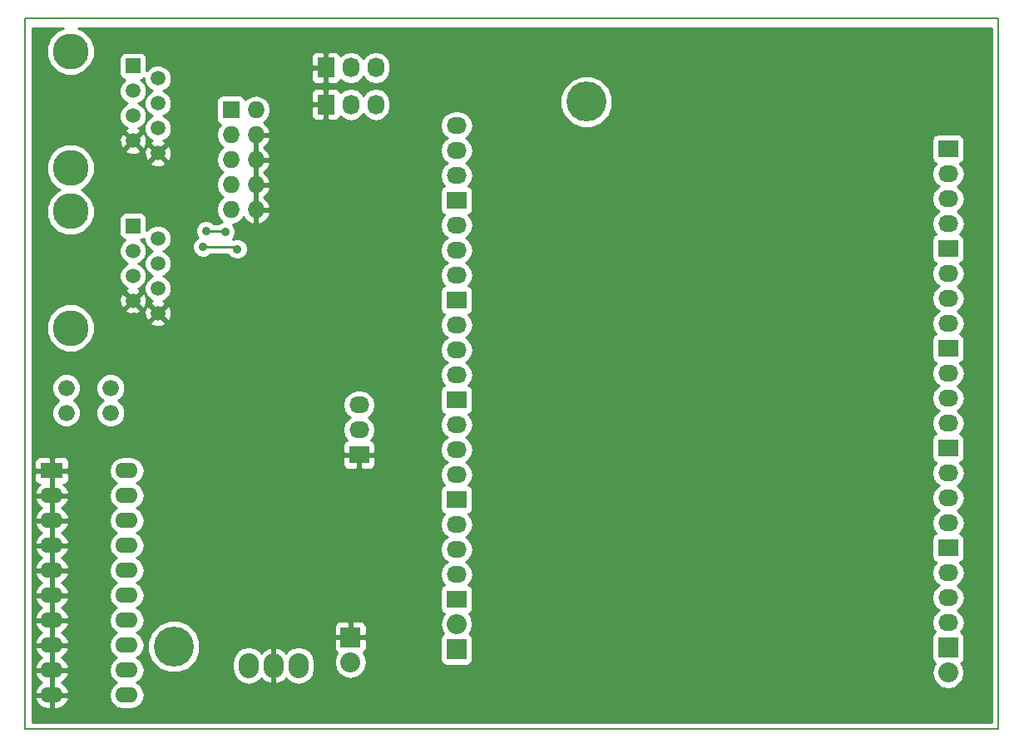
<source format=gtl>
G04 #@! TF.FileFunction,Copper,L1,Top,Signal*
%FSLAX46Y46*%
G04 Gerber Fmt 4.6, Leading zero omitted, Abs format (unit mm)*
G04 Created by KiCad (PCBNEW 0.201501052116+5352~20~ubuntu14.04.1-product) date Di 06 Jan 2015 18:05:51 CET*
%MOMM*%
G01*
G04 APERTURE LIST*
%ADD10C,0.150000*%
%ADD11C,0.200000*%
%ADD12C,4.064000*%
%ADD13C,1.676400*%
%ADD14R,2.032000X1.727200*%
%ADD15O,2.032000X1.727200*%
%ADD16R,1.727200X2.032000*%
%ADD17O,1.727200X2.032000*%
%ADD18R,2.032000X2.032000*%
%ADD19O,2.032000X2.032000*%
%ADD20R,2.286000X1.574800*%
%ADD21O,2.286000X1.574800*%
%ADD22O,2.032000X2.540000*%
%ADD23C,3.649980*%
%ADD24R,1.501140X1.501140*%
%ADD25C,1.501140*%
%ADD26R,1.727200X1.727200*%
%ADD27O,1.727200X1.727200*%
%ADD28C,0.889000*%
%ADD29C,0.254000*%
G04 APERTURE END LIST*
D10*
D11*
X124460000Y-24130000D02*
X25400000Y-24130000D01*
X124460000Y-96520000D02*
X124460000Y-24130000D01*
X25400000Y-96520000D02*
X124460000Y-96520000D01*
X25400000Y-24130000D02*
X25400000Y-96520000D01*
D12*
X40500000Y-88100000D03*
X82500000Y-32600000D03*
D13*
X29560000Y-61750000D03*
X29560000Y-64290000D03*
X34060000Y-61750000D03*
X34060000Y-64290000D03*
D14*
X59360000Y-68550000D03*
D15*
X59360000Y-66010000D03*
X59360000Y-63470000D03*
D16*
X55990000Y-29130000D03*
D17*
X58530000Y-29130000D03*
X61070000Y-29130000D03*
D16*
X55990000Y-32880000D03*
D17*
X58530000Y-32880000D03*
X61070000Y-32880000D03*
D18*
X58470000Y-87160000D03*
D19*
X58470000Y-89700000D03*
D14*
X69280000Y-83280000D03*
D15*
X69280000Y-80740000D03*
X69280000Y-78200000D03*
X69280000Y-75660000D03*
D14*
X69280000Y-73120000D03*
D15*
X69280000Y-70580000D03*
X69280000Y-68040000D03*
X69280000Y-65500000D03*
D14*
X119310000Y-67880000D03*
D15*
X119310000Y-70420000D03*
X119310000Y-72960000D03*
X119310000Y-75500000D03*
D14*
X119310000Y-78040000D03*
D15*
X119310000Y-80580000D03*
X119310000Y-83120000D03*
X119310000Y-85660000D03*
D14*
X69280000Y-62960000D03*
D15*
X69280000Y-60420000D03*
X69280000Y-57880000D03*
X69280000Y-55340000D03*
D14*
X69280000Y-52800000D03*
D15*
X69280000Y-50260000D03*
X69280000Y-47720000D03*
X69280000Y-45180000D03*
D14*
X69280000Y-42640000D03*
D15*
X69280000Y-40100000D03*
X69280000Y-37560000D03*
X69280000Y-35020000D03*
D14*
X119310000Y-37400000D03*
D15*
X119310000Y-39940000D03*
X119310000Y-42480000D03*
X119310000Y-45020000D03*
D14*
X119310000Y-47560000D03*
D15*
X119310000Y-50100000D03*
X119310000Y-52640000D03*
X119310000Y-55180000D03*
D14*
X119310000Y-57720000D03*
D15*
X119310000Y-60260000D03*
X119310000Y-62800000D03*
X119310000Y-65340000D03*
D20*
X28090000Y-70170000D03*
D21*
X28090000Y-72710000D03*
X28090000Y-75250000D03*
X28090000Y-77790000D03*
X28090000Y-80330000D03*
X28090000Y-82870000D03*
X28090000Y-85410000D03*
X28090000Y-87950000D03*
X28090000Y-90490000D03*
X28090000Y-93030000D03*
X35710000Y-93030000D03*
X35710000Y-90490000D03*
X35710000Y-87950000D03*
X35710000Y-85410000D03*
X35710000Y-82870000D03*
X35710000Y-80330000D03*
X35710000Y-77790000D03*
X35710000Y-75250000D03*
X35710000Y-72710000D03*
X35710000Y-70170000D03*
D22*
X50670000Y-90030000D03*
X48130000Y-90030000D03*
X53210000Y-90030000D03*
D23*
X30000000Y-55638520D03*
X30000000Y-43769100D03*
D24*
X36350000Y-45255000D03*
D25*
X38890000Y-46525000D03*
X36350000Y-47795000D03*
X38890000Y-49065000D03*
X36350000Y-50335000D03*
X38890000Y-51605000D03*
X36350000Y-52875000D03*
X38890000Y-54145000D03*
D23*
X30000000Y-39338520D03*
X30000000Y-27469100D03*
D24*
X36350000Y-28955000D03*
D25*
X38890000Y-30225000D03*
X36350000Y-31495000D03*
X38890000Y-32765000D03*
X36350000Y-34035000D03*
X38890000Y-35305000D03*
X36350000Y-36575000D03*
X38890000Y-37845000D03*
D18*
X69280000Y-88360000D03*
D19*
X69280000Y-85820000D03*
D18*
X119310000Y-88200000D03*
D19*
X119310000Y-90740000D03*
D26*
X46320000Y-33440000D03*
D27*
X48860000Y-33440000D03*
X46320000Y-35980000D03*
X48860000Y-35980000D03*
X46320000Y-38520000D03*
X48860000Y-38520000D03*
X46320000Y-41060000D03*
X48860000Y-41060000D03*
X46320000Y-43600000D03*
X48860000Y-43600000D03*
D28*
X30530000Y-90500000D03*
X30430000Y-87880000D03*
X30430000Y-85390000D03*
X30430000Y-82850000D03*
X30530000Y-80370000D03*
X30510000Y-77750000D03*
X30530000Y-75230000D03*
X30580000Y-72720000D03*
X51130000Y-40970000D03*
X51210000Y-38530000D03*
X51080000Y-35920000D03*
X63370000Y-88210000D03*
X63370000Y-86490000D03*
X61370000Y-88210000D03*
X61340000Y-86460000D03*
X50840000Y-78460000D03*
X57200000Y-70980000D03*
X60900000Y-61610000D03*
X48690000Y-74350000D03*
X47670000Y-94320000D03*
X36340000Y-38530000D03*
X37570000Y-39360000D03*
X36450000Y-54530000D03*
X37680000Y-55380000D03*
X44650000Y-74300000D03*
X39540000Y-75240000D03*
X47980000Y-67250000D03*
X30650000Y-70090000D03*
X30660000Y-93090000D03*
X52950000Y-30980000D03*
X51280000Y-43560000D03*
X43490000Y-47370000D03*
X46960000Y-47600000D03*
X45730000Y-45850000D03*
X43780000Y-45760000D03*
D29*
X28090000Y-72710000D02*
X30570000Y-72710000D01*
X30570000Y-72710000D02*
X30580000Y-72720000D01*
X48860000Y-38520000D02*
X51200000Y-38520000D01*
X51200000Y-38520000D02*
X51210000Y-38530000D01*
X63370000Y-86490000D02*
X63370000Y-88240000D01*
X63370000Y-88240000D02*
X63370000Y-88210000D01*
X63370000Y-86490000D02*
X63350000Y-86490000D01*
X61340000Y-86460000D02*
X61340000Y-88210000D01*
X61340000Y-88210000D02*
X61370000Y-88210000D01*
X61340000Y-86460000D02*
X61340000Y-86440000D01*
X50840000Y-78460000D02*
X50850000Y-78460000D01*
X57200000Y-70980000D02*
X57180000Y-70960000D01*
X60900000Y-61620000D02*
X60910000Y-61630000D01*
X60900000Y-61610000D02*
X60900000Y-61620000D01*
X48690000Y-74350000D02*
X48700000Y-74350000D01*
X48700000Y-74350000D02*
X48730000Y-74380000D01*
X37570000Y-39360000D02*
X37570000Y-39310000D01*
X37570000Y-39310000D02*
X37550000Y-39290000D01*
X36450000Y-54530000D02*
X36430000Y-54530000D01*
X39540000Y-75240000D02*
X39550000Y-75240000D01*
X47980000Y-67250000D02*
X47980000Y-67230000D01*
X47980000Y-67230000D02*
X47960000Y-67210000D01*
X30650000Y-70070000D02*
X30670000Y-70070000D01*
X30650000Y-70090000D02*
X30650000Y-70070000D01*
X52950000Y-30980000D02*
X52950000Y-30950000D01*
X52950000Y-30950000D02*
X52960000Y-30940000D01*
X51280000Y-43570000D02*
X51260000Y-43590000D01*
X51280000Y-43560000D02*
X51280000Y-43570000D01*
X46730000Y-47370000D02*
X46960000Y-47600000D01*
X46720000Y-47370000D02*
X46730000Y-47370000D01*
X43490000Y-47370000D02*
X46720000Y-47370000D01*
X43780000Y-45760000D02*
X45640000Y-45760000D01*
X45730000Y-45850000D02*
X45640000Y-45760000D01*
G36*
X123725000Y-95785000D02*
X120993345Y-95785000D01*
X120993345Y-85660000D01*
X120879271Y-85086511D01*
X120554415Y-84600330D01*
X120239634Y-84390000D01*
X120554415Y-84179670D01*
X120879271Y-83693489D01*
X120993345Y-83120000D01*
X120879271Y-82546511D01*
X120554415Y-82060330D01*
X120239634Y-81850000D01*
X120554415Y-81639670D01*
X120879271Y-81153489D01*
X120993345Y-80580000D01*
X120879271Y-80006511D01*
X120554415Y-79520330D01*
X120538632Y-79509784D01*
X120568123Y-79504063D01*
X120780927Y-79364273D01*
X120923377Y-79153240D01*
X120973440Y-78903600D01*
X120973440Y-77176400D01*
X120926463Y-76934277D01*
X120786673Y-76721473D01*
X120575640Y-76579023D01*
X120537037Y-76571281D01*
X120554415Y-76559670D01*
X120879271Y-76073489D01*
X120993345Y-75500000D01*
X120879271Y-74926511D01*
X120554415Y-74440330D01*
X120239634Y-74230000D01*
X120554415Y-74019670D01*
X120879271Y-73533489D01*
X120993345Y-72960000D01*
X120879271Y-72386511D01*
X120554415Y-71900330D01*
X120239634Y-71690000D01*
X120554415Y-71479670D01*
X120879271Y-70993489D01*
X120993345Y-70420000D01*
X120879271Y-69846511D01*
X120554415Y-69360330D01*
X120538632Y-69349784D01*
X120568123Y-69344063D01*
X120780927Y-69204273D01*
X120923377Y-68993240D01*
X120973440Y-68743600D01*
X120973440Y-67016400D01*
X120926463Y-66774277D01*
X120786673Y-66561473D01*
X120575640Y-66419023D01*
X120537037Y-66411281D01*
X120554415Y-66399670D01*
X120879271Y-65913489D01*
X120993345Y-65340000D01*
X120879271Y-64766511D01*
X120554415Y-64280330D01*
X120239634Y-64070000D01*
X120554415Y-63859670D01*
X120879271Y-63373489D01*
X120993345Y-62800000D01*
X120879271Y-62226511D01*
X120554415Y-61740330D01*
X120239634Y-61530000D01*
X120554415Y-61319670D01*
X120879271Y-60833489D01*
X120993345Y-60260000D01*
X120879271Y-59686511D01*
X120554415Y-59200330D01*
X120538632Y-59189784D01*
X120568123Y-59184063D01*
X120780927Y-59044273D01*
X120923377Y-58833240D01*
X120973440Y-58583600D01*
X120973440Y-56856400D01*
X120926463Y-56614277D01*
X120786673Y-56401473D01*
X120575640Y-56259023D01*
X120537037Y-56251281D01*
X120554415Y-56239670D01*
X120879271Y-55753489D01*
X120993345Y-55180000D01*
X120879271Y-54606511D01*
X120554415Y-54120330D01*
X120239634Y-53910000D01*
X120554415Y-53699670D01*
X120879271Y-53213489D01*
X120993345Y-52640000D01*
X120879271Y-52066511D01*
X120554415Y-51580330D01*
X120239634Y-51370000D01*
X120554415Y-51159670D01*
X120879271Y-50673489D01*
X120993345Y-50100000D01*
X120879271Y-49526511D01*
X120554415Y-49040330D01*
X120538632Y-49029784D01*
X120568123Y-49024063D01*
X120780927Y-48884273D01*
X120923377Y-48673240D01*
X120973440Y-48423600D01*
X120973440Y-46696400D01*
X120926463Y-46454277D01*
X120786673Y-46241473D01*
X120575640Y-46099023D01*
X120537037Y-46091281D01*
X120554415Y-46079670D01*
X120879271Y-45593489D01*
X120993345Y-45020000D01*
X120879271Y-44446511D01*
X120554415Y-43960330D01*
X120239634Y-43750000D01*
X120554415Y-43539670D01*
X120879271Y-43053489D01*
X120993345Y-42480000D01*
X120879271Y-41906511D01*
X120554415Y-41420330D01*
X120239634Y-41210000D01*
X120554415Y-40999670D01*
X120879271Y-40513489D01*
X120993345Y-39940000D01*
X120879271Y-39366511D01*
X120554415Y-38880330D01*
X120538632Y-38869784D01*
X120568123Y-38864063D01*
X120780927Y-38724273D01*
X120923377Y-38513240D01*
X120973440Y-38263600D01*
X120973440Y-36536400D01*
X120926463Y-36294277D01*
X120786673Y-36081473D01*
X120575640Y-35939023D01*
X120326000Y-35888960D01*
X118294000Y-35888960D01*
X118051877Y-35935937D01*
X117839073Y-36075727D01*
X117696623Y-36286760D01*
X117646560Y-36536400D01*
X117646560Y-38263600D01*
X117693537Y-38505723D01*
X117833327Y-38718527D01*
X118044360Y-38860977D01*
X118082962Y-38868718D01*
X118065585Y-38880330D01*
X117740729Y-39366511D01*
X117626655Y-39940000D01*
X117740729Y-40513489D01*
X118065585Y-40999670D01*
X118380365Y-41210000D01*
X118065585Y-41420330D01*
X117740729Y-41906511D01*
X117626655Y-42480000D01*
X117740729Y-43053489D01*
X118065585Y-43539670D01*
X118380365Y-43750000D01*
X118065585Y-43960330D01*
X117740729Y-44446511D01*
X117626655Y-45020000D01*
X117740729Y-45593489D01*
X118065585Y-46079670D01*
X118081367Y-46090215D01*
X118051877Y-46095937D01*
X117839073Y-46235727D01*
X117696623Y-46446760D01*
X117646560Y-46696400D01*
X117646560Y-48423600D01*
X117693537Y-48665723D01*
X117833327Y-48878527D01*
X118044360Y-49020977D01*
X118082962Y-49028718D01*
X118065585Y-49040330D01*
X117740729Y-49526511D01*
X117626655Y-50100000D01*
X117740729Y-50673489D01*
X118065585Y-51159670D01*
X118380365Y-51370000D01*
X118065585Y-51580330D01*
X117740729Y-52066511D01*
X117626655Y-52640000D01*
X117740729Y-53213489D01*
X118065585Y-53699670D01*
X118380365Y-53910000D01*
X118065585Y-54120330D01*
X117740729Y-54606511D01*
X117626655Y-55180000D01*
X117740729Y-55753489D01*
X118065585Y-56239670D01*
X118081367Y-56250215D01*
X118051877Y-56255937D01*
X117839073Y-56395727D01*
X117696623Y-56606760D01*
X117646560Y-56856400D01*
X117646560Y-58583600D01*
X117693537Y-58825723D01*
X117833327Y-59038527D01*
X118044360Y-59180977D01*
X118082962Y-59188718D01*
X118065585Y-59200330D01*
X117740729Y-59686511D01*
X117626655Y-60260000D01*
X117740729Y-60833489D01*
X118065585Y-61319670D01*
X118380365Y-61530000D01*
X118065585Y-61740330D01*
X117740729Y-62226511D01*
X117626655Y-62800000D01*
X117740729Y-63373489D01*
X118065585Y-63859670D01*
X118380365Y-64070000D01*
X118065585Y-64280330D01*
X117740729Y-64766511D01*
X117626655Y-65340000D01*
X117740729Y-65913489D01*
X118065585Y-66399670D01*
X118081367Y-66410215D01*
X118051877Y-66415937D01*
X117839073Y-66555727D01*
X117696623Y-66766760D01*
X117646560Y-67016400D01*
X117646560Y-68743600D01*
X117693537Y-68985723D01*
X117833327Y-69198527D01*
X118044360Y-69340977D01*
X118082962Y-69348718D01*
X118065585Y-69360330D01*
X117740729Y-69846511D01*
X117626655Y-70420000D01*
X117740729Y-70993489D01*
X118065585Y-71479670D01*
X118380365Y-71690000D01*
X118065585Y-71900330D01*
X117740729Y-72386511D01*
X117626655Y-72960000D01*
X117740729Y-73533489D01*
X118065585Y-74019670D01*
X118380365Y-74230000D01*
X118065585Y-74440330D01*
X117740729Y-74926511D01*
X117626655Y-75500000D01*
X117740729Y-76073489D01*
X118065585Y-76559670D01*
X118081367Y-76570215D01*
X118051877Y-76575937D01*
X117839073Y-76715727D01*
X117696623Y-76926760D01*
X117646560Y-77176400D01*
X117646560Y-78903600D01*
X117693537Y-79145723D01*
X117833327Y-79358527D01*
X118044360Y-79500977D01*
X118082962Y-79508718D01*
X118065585Y-79520330D01*
X117740729Y-80006511D01*
X117626655Y-80580000D01*
X117740729Y-81153489D01*
X118065585Y-81639670D01*
X118380365Y-81850000D01*
X118065585Y-82060330D01*
X117740729Y-82546511D01*
X117626655Y-83120000D01*
X117740729Y-83693489D01*
X118065585Y-84179670D01*
X118380365Y-84390000D01*
X118065585Y-84600330D01*
X117740729Y-85086511D01*
X117626655Y-85660000D01*
X117740729Y-86233489D01*
X117998188Y-86618804D01*
X117839073Y-86723327D01*
X117696623Y-86934360D01*
X117646560Y-87184000D01*
X117646560Y-89216000D01*
X117693537Y-89458123D01*
X117833327Y-89670927D01*
X117986256Y-89774156D01*
X117784675Y-90075845D01*
X117659000Y-90707655D01*
X117659000Y-90772345D01*
X117784675Y-91404155D01*
X118142567Y-91939778D01*
X118678190Y-92297670D01*
X119310000Y-92423345D01*
X119941810Y-92297670D01*
X120477433Y-91939778D01*
X120835325Y-91404155D01*
X120961000Y-90772345D01*
X120961000Y-90707655D01*
X120835325Y-90075845D01*
X120633372Y-89773601D01*
X120780927Y-89676673D01*
X120923377Y-89465640D01*
X120973440Y-89216000D01*
X120973440Y-87184000D01*
X120926463Y-86941877D01*
X120786673Y-86729073D01*
X120622278Y-86618104D01*
X120879271Y-86233489D01*
X120993345Y-85660000D01*
X120993345Y-95785000D01*
X85167462Y-95785000D01*
X85167462Y-32071828D01*
X84762291Y-31091239D01*
X84012707Y-30340345D01*
X83032827Y-29933464D01*
X81971828Y-29932538D01*
X80991239Y-30337709D01*
X80240345Y-31087293D01*
X79833464Y-32067173D01*
X79832538Y-33128172D01*
X80237709Y-34108761D01*
X80987293Y-34859655D01*
X81967173Y-35266536D01*
X83028172Y-35267462D01*
X84008761Y-34862291D01*
X84759655Y-34112707D01*
X85166536Y-33132827D01*
X85167462Y-32071828D01*
X85167462Y-95785000D01*
X70963345Y-95785000D01*
X70963345Y-80740000D01*
X70849271Y-80166511D01*
X70524415Y-79680330D01*
X70209634Y-79470000D01*
X70524415Y-79259670D01*
X70849271Y-78773489D01*
X70963345Y-78200000D01*
X70849271Y-77626511D01*
X70524415Y-77140330D01*
X70209634Y-76930000D01*
X70524415Y-76719670D01*
X70849271Y-76233489D01*
X70963345Y-75660000D01*
X70849271Y-75086511D01*
X70524415Y-74600330D01*
X70508632Y-74589784D01*
X70538123Y-74584063D01*
X70750927Y-74444273D01*
X70893377Y-74233240D01*
X70943440Y-73983600D01*
X70943440Y-72256400D01*
X70896463Y-72014277D01*
X70756673Y-71801473D01*
X70545640Y-71659023D01*
X70507037Y-71651281D01*
X70524415Y-71639670D01*
X70849271Y-71153489D01*
X70963345Y-70580000D01*
X70849271Y-70006511D01*
X70524415Y-69520330D01*
X70209634Y-69310000D01*
X70524415Y-69099670D01*
X70849271Y-68613489D01*
X70963345Y-68040000D01*
X70849271Y-67466511D01*
X70524415Y-66980330D01*
X70209634Y-66770000D01*
X70524415Y-66559670D01*
X70849271Y-66073489D01*
X70963345Y-65500000D01*
X70849271Y-64926511D01*
X70524415Y-64440330D01*
X70508632Y-64429784D01*
X70538123Y-64424063D01*
X70750927Y-64284273D01*
X70893377Y-64073240D01*
X70943440Y-63823600D01*
X70943440Y-62096400D01*
X70896463Y-61854277D01*
X70756673Y-61641473D01*
X70545640Y-61499023D01*
X70507037Y-61491281D01*
X70524415Y-61479670D01*
X70849271Y-60993489D01*
X70963345Y-60420000D01*
X70849271Y-59846511D01*
X70524415Y-59360330D01*
X70209634Y-59150000D01*
X70524415Y-58939670D01*
X70849271Y-58453489D01*
X70963345Y-57880000D01*
X70849271Y-57306511D01*
X70524415Y-56820330D01*
X70209634Y-56610000D01*
X70524415Y-56399670D01*
X70849271Y-55913489D01*
X70963345Y-55340000D01*
X70849271Y-54766511D01*
X70524415Y-54280330D01*
X70508632Y-54269784D01*
X70538123Y-54264063D01*
X70750927Y-54124273D01*
X70893377Y-53913240D01*
X70943440Y-53663600D01*
X70943440Y-51936400D01*
X70896463Y-51694277D01*
X70756673Y-51481473D01*
X70545640Y-51339023D01*
X70507037Y-51331281D01*
X70524415Y-51319670D01*
X70849271Y-50833489D01*
X70963345Y-50260000D01*
X70849271Y-49686511D01*
X70524415Y-49200330D01*
X70209634Y-48990000D01*
X70524415Y-48779670D01*
X70849271Y-48293489D01*
X70963345Y-47720000D01*
X70849271Y-47146511D01*
X70524415Y-46660330D01*
X70209634Y-46450000D01*
X70524415Y-46239670D01*
X70849271Y-45753489D01*
X70963345Y-45180000D01*
X70849271Y-44606511D01*
X70524415Y-44120330D01*
X70508632Y-44109784D01*
X70538123Y-44104063D01*
X70750927Y-43964273D01*
X70893377Y-43753240D01*
X70943440Y-43503600D01*
X70943440Y-41776400D01*
X70896463Y-41534277D01*
X70756673Y-41321473D01*
X70545640Y-41179023D01*
X70507037Y-41171281D01*
X70524415Y-41159670D01*
X70849271Y-40673489D01*
X70963345Y-40100000D01*
X70849271Y-39526511D01*
X70524415Y-39040330D01*
X70209634Y-38830000D01*
X70524415Y-38619670D01*
X70849271Y-38133489D01*
X70963345Y-37560000D01*
X70849271Y-36986511D01*
X70524415Y-36500330D01*
X70209634Y-36290000D01*
X70524415Y-36079670D01*
X70849271Y-35593489D01*
X70963345Y-35020000D01*
X70849271Y-34446511D01*
X70524415Y-33960330D01*
X70038234Y-33635474D01*
X69464745Y-33521400D01*
X69095255Y-33521400D01*
X68521766Y-33635474D01*
X68035585Y-33960330D01*
X67710729Y-34446511D01*
X67596655Y-35020000D01*
X67710729Y-35593489D01*
X68035585Y-36079670D01*
X68350365Y-36290000D01*
X68035585Y-36500330D01*
X67710729Y-36986511D01*
X67596655Y-37560000D01*
X67710729Y-38133489D01*
X68035585Y-38619670D01*
X68350365Y-38830000D01*
X68035585Y-39040330D01*
X67710729Y-39526511D01*
X67596655Y-40100000D01*
X67710729Y-40673489D01*
X68035585Y-41159670D01*
X68051367Y-41170215D01*
X68021877Y-41175937D01*
X67809073Y-41315727D01*
X67666623Y-41526760D01*
X67616560Y-41776400D01*
X67616560Y-43503600D01*
X67663537Y-43745723D01*
X67803327Y-43958527D01*
X68014360Y-44100977D01*
X68052962Y-44108718D01*
X68035585Y-44120330D01*
X67710729Y-44606511D01*
X67596655Y-45180000D01*
X67710729Y-45753489D01*
X68035585Y-46239670D01*
X68350365Y-46450000D01*
X68035585Y-46660330D01*
X67710729Y-47146511D01*
X67596655Y-47720000D01*
X67710729Y-48293489D01*
X68035585Y-48779670D01*
X68350365Y-48990000D01*
X68035585Y-49200330D01*
X67710729Y-49686511D01*
X67596655Y-50260000D01*
X67710729Y-50833489D01*
X68035585Y-51319670D01*
X68051367Y-51330215D01*
X68021877Y-51335937D01*
X67809073Y-51475727D01*
X67666623Y-51686760D01*
X67616560Y-51936400D01*
X67616560Y-53663600D01*
X67663537Y-53905723D01*
X67803327Y-54118527D01*
X68014360Y-54260977D01*
X68052962Y-54268718D01*
X68035585Y-54280330D01*
X67710729Y-54766511D01*
X67596655Y-55340000D01*
X67710729Y-55913489D01*
X68035585Y-56399670D01*
X68350365Y-56610000D01*
X68035585Y-56820330D01*
X67710729Y-57306511D01*
X67596655Y-57880000D01*
X67710729Y-58453489D01*
X68035585Y-58939670D01*
X68350365Y-59150000D01*
X68035585Y-59360330D01*
X67710729Y-59846511D01*
X67596655Y-60420000D01*
X67710729Y-60993489D01*
X68035585Y-61479670D01*
X68051367Y-61490215D01*
X68021877Y-61495937D01*
X67809073Y-61635727D01*
X67666623Y-61846760D01*
X67616560Y-62096400D01*
X67616560Y-63823600D01*
X67663537Y-64065723D01*
X67803327Y-64278527D01*
X68014360Y-64420977D01*
X68052962Y-64428718D01*
X68035585Y-64440330D01*
X67710729Y-64926511D01*
X67596655Y-65500000D01*
X67710729Y-66073489D01*
X68035585Y-66559670D01*
X68350365Y-66770000D01*
X68035585Y-66980330D01*
X67710729Y-67466511D01*
X67596655Y-68040000D01*
X67710729Y-68613489D01*
X68035585Y-69099670D01*
X68350365Y-69310000D01*
X68035585Y-69520330D01*
X67710729Y-70006511D01*
X67596655Y-70580000D01*
X67710729Y-71153489D01*
X68035585Y-71639670D01*
X68051367Y-71650215D01*
X68021877Y-71655937D01*
X67809073Y-71795727D01*
X67666623Y-72006760D01*
X67616560Y-72256400D01*
X67616560Y-73983600D01*
X67663537Y-74225723D01*
X67803327Y-74438527D01*
X68014360Y-74580977D01*
X68052962Y-74588718D01*
X68035585Y-74600330D01*
X67710729Y-75086511D01*
X67596655Y-75660000D01*
X67710729Y-76233489D01*
X68035585Y-76719670D01*
X68350365Y-76930000D01*
X68035585Y-77140330D01*
X67710729Y-77626511D01*
X67596655Y-78200000D01*
X67710729Y-78773489D01*
X68035585Y-79259670D01*
X68350365Y-79470000D01*
X68035585Y-79680330D01*
X67710729Y-80166511D01*
X67596655Y-80740000D01*
X67710729Y-81313489D01*
X68035585Y-81799670D01*
X68051367Y-81810215D01*
X68021877Y-81815937D01*
X67809073Y-81955727D01*
X67666623Y-82166760D01*
X67616560Y-82416400D01*
X67616560Y-84143600D01*
X67663537Y-84385723D01*
X67803327Y-84598527D01*
X68014360Y-84740977D01*
X68029810Y-84744075D01*
X67754675Y-85155845D01*
X67629000Y-85787655D01*
X67629000Y-85852345D01*
X67754675Y-86484155D01*
X67956627Y-86786398D01*
X67809073Y-86883327D01*
X67666623Y-87094360D01*
X67616560Y-87344000D01*
X67616560Y-89376000D01*
X67663537Y-89618123D01*
X67803327Y-89830927D01*
X68014360Y-89973377D01*
X68264000Y-90023440D01*
X70296000Y-90023440D01*
X70538123Y-89976463D01*
X70750927Y-89836673D01*
X70893377Y-89625640D01*
X70943440Y-89376000D01*
X70943440Y-87344000D01*
X70896463Y-87101877D01*
X70756673Y-86889073D01*
X70603743Y-86785843D01*
X70805325Y-86484155D01*
X70931000Y-85852345D01*
X70931000Y-85787655D01*
X70805325Y-85155845D01*
X70531092Y-84745427D01*
X70538123Y-84744063D01*
X70750927Y-84604273D01*
X70893377Y-84393240D01*
X70943440Y-84143600D01*
X70943440Y-82416400D01*
X70896463Y-82174277D01*
X70756673Y-81961473D01*
X70545640Y-81819023D01*
X70507037Y-81811281D01*
X70524415Y-81799670D01*
X70849271Y-81313489D01*
X70963345Y-80740000D01*
X70963345Y-95785000D01*
X62568600Y-95785000D01*
X62568600Y-33064745D01*
X62568600Y-32695255D01*
X62568600Y-29314745D01*
X62568600Y-28945255D01*
X62454526Y-28371766D01*
X62129670Y-27885585D01*
X61643489Y-27560729D01*
X61070000Y-27446655D01*
X60496511Y-27560729D01*
X60010330Y-27885585D01*
X59800000Y-28200365D01*
X59589670Y-27885585D01*
X59103489Y-27560729D01*
X58530000Y-27446655D01*
X57956511Y-27560729D01*
X57470330Y-27885585D01*
X57455500Y-27907779D01*
X57391927Y-27754301D01*
X57213298Y-27575673D01*
X56979909Y-27479000D01*
X56275750Y-27479000D01*
X56117000Y-27637750D01*
X56117000Y-29003000D01*
X56137000Y-29003000D01*
X56137000Y-29257000D01*
X56117000Y-29257000D01*
X56117000Y-30622250D01*
X56275750Y-30781000D01*
X56979909Y-30781000D01*
X57213298Y-30684327D01*
X57391927Y-30505699D01*
X57455500Y-30352220D01*
X57470330Y-30374415D01*
X57956511Y-30699271D01*
X58530000Y-30813345D01*
X59103489Y-30699271D01*
X59589670Y-30374415D01*
X59800000Y-30059634D01*
X60010330Y-30374415D01*
X60496511Y-30699271D01*
X61070000Y-30813345D01*
X61643489Y-30699271D01*
X62129670Y-30374415D01*
X62454526Y-29888234D01*
X62568600Y-29314745D01*
X62568600Y-32695255D01*
X62454526Y-32121766D01*
X62129670Y-31635585D01*
X61643489Y-31310729D01*
X61070000Y-31196655D01*
X60496511Y-31310729D01*
X60010330Y-31635585D01*
X59800000Y-31950365D01*
X59589670Y-31635585D01*
X59103489Y-31310729D01*
X58530000Y-31196655D01*
X57956511Y-31310729D01*
X57470330Y-31635585D01*
X57455500Y-31657779D01*
X57391927Y-31504301D01*
X57213298Y-31325673D01*
X56979909Y-31229000D01*
X56275750Y-31229000D01*
X56117000Y-31387750D01*
X56117000Y-32753000D01*
X56137000Y-32753000D01*
X56137000Y-33007000D01*
X56117000Y-33007000D01*
X56117000Y-34372250D01*
X56275750Y-34531000D01*
X56979909Y-34531000D01*
X57213298Y-34434327D01*
X57391927Y-34255699D01*
X57455500Y-34102220D01*
X57470330Y-34124415D01*
X57956511Y-34449271D01*
X58530000Y-34563345D01*
X59103489Y-34449271D01*
X59589670Y-34124415D01*
X59800000Y-33809634D01*
X60010330Y-34124415D01*
X60496511Y-34449271D01*
X61070000Y-34563345D01*
X61643489Y-34449271D01*
X62129670Y-34124415D01*
X62454526Y-33638234D01*
X62568600Y-33064745D01*
X62568600Y-95785000D01*
X61043345Y-95785000D01*
X61043345Y-66010000D01*
X60929271Y-65436511D01*
X60604415Y-64950330D01*
X60289634Y-64740000D01*
X60604415Y-64529670D01*
X60929271Y-64043489D01*
X61043345Y-63470000D01*
X60929271Y-62896511D01*
X60604415Y-62410330D01*
X60118234Y-62085474D01*
X59544745Y-61971400D01*
X59175255Y-61971400D01*
X58601766Y-62085474D01*
X58115585Y-62410330D01*
X57790729Y-62896511D01*
X57676655Y-63470000D01*
X57790729Y-64043489D01*
X58115585Y-64529670D01*
X58430365Y-64740000D01*
X58115585Y-64950330D01*
X57790729Y-65436511D01*
X57676655Y-66010000D01*
X57790729Y-66583489D01*
X58115585Y-67069670D01*
X58137779Y-67084499D01*
X57984301Y-67148073D01*
X57805673Y-67326702D01*
X57709000Y-67560091D01*
X57709000Y-68264250D01*
X57867750Y-68423000D01*
X59233000Y-68423000D01*
X59233000Y-68403000D01*
X59487000Y-68403000D01*
X59487000Y-68423000D01*
X60852250Y-68423000D01*
X61011000Y-68264250D01*
X61011000Y-67560091D01*
X60914327Y-67326702D01*
X60735699Y-67148073D01*
X60582220Y-67084499D01*
X60604415Y-67069670D01*
X60929271Y-66583489D01*
X61043345Y-66010000D01*
X61043345Y-95785000D01*
X61011000Y-95785000D01*
X61011000Y-69539909D01*
X61011000Y-68835750D01*
X60852250Y-68677000D01*
X59487000Y-68677000D01*
X59487000Y-69889850D01*
X59645750Y-70048600D01*
X60249691Y-70048600D01*
X60502310Y-70048600D01*
X60735699Y-69951927D01*
X60914327Y-69773298D01*
X61011000Y-69539909D01*
X61011000Y-95785000D01*
X60121000Y-95785000D01*
X60121000Y-89732345D01*
X60121000Y-89667655D01*
X59995325Y-89035845D01*
X59794628Y-88735481D01*
X59845699Y-88714327D01*
X60024327Y-88535698D01*
X60121000Y-88302309D01*
X60121000Y-87445750D01*
X60121000Y-86874250D01*
X60121000Y-86017691D01*
X60024327Y-85784302D01*
X59845699Y-85605673D01*
X59612310Y-85509000D01*
X59359691Y-85509000D01*
X59233000Y-85509000D01*
X59233000Y-69889850D01*
X59233000Y-68677000D01*
X57867750Y-68677000D01*
X57709000Y-68835750D01*
X57709000Y-69539909D01*
X57805673Y-69773298D01*
X57984301Y-69951927D01*
X58217690Y-70048600D01*
X58470309Y-70048600D01*
X59074250Y-70048600D01*
X59233000Y-69889850D01*
X59233000Y-85509000D01*
X58755750Y-85509000D01*
X58597000Y-85667750D01*
X58597000Y-87033000D01*
X59962250Y-87033000D01*
X60121000Y-86874250D01*
X60121000Y-87445750D01*
X59962250Y-87287000D01*
X58597000Y-87287000D01*
X58597000Y-87307000D01*
X58343000Y-87307000D01*
X58343000Y-87287000D01*
X58343000Y-87033000D01*
X58343000Y-85667750D01*
X58184250Y-85509000D01*
X57580309Y-85509000D01*
X57327690Y-85509000D01*
X57094301Y-85605673D01*
X56915673Y-85784302D01*
X56819000Y-86017691D01*
X56819000Y-86874250D01*
X56977750Y-87033000D01*
X58343000Y-87033000D01*
X58343000Y-87287000D01*
X56977750Y-87287000D01*
X56819000Y-87445750D01*
X56819000Y-88302309D01*
X56915673Y-88535698D01*
X57094301Y-88714327D01*
X57145371Y-88735481D01*
X56944675Y-89035845D01*
X56819000Y-89667655D01*
X56819000Y-89732345D01*
X56944675Y-90364155D01*
X57302567Y-90899778D01*
X57838190Y-91257670D01*
X58470000Y-91383345D01*
X59101810Y-91257670D01*
X59637433Y-90899778D01*
X59995325Y-90364155D01*
X60121000Y-89732345D01*
X60121000Y-95785000D01*
X55863000Y-95785000D01*
X55863000Y-34372250D01*
X55863000Y-33007000D01*
X55863000Y-32753000D01*
X55863000Y-31387750D01*
X55863000Y-30622250D01*
X55863000Y-29257000D01*
X55863000Y-29003000D01*
X55863000Y-27637750D01*
X55704250Y-27479000D01*
X55000091Y-27479000D01*
X54766702Y-27575673D01*
X54588073Y-27754301D01*
X54491400Y-27987690D01*
X54491400Y-28240309D01*
X54491400Y-28844250D01*
X54650150Y-29003000D01*
X55863000Y-29003000D01*
X55863000Y-29257000D01*
X54650150Y-29257000D01*
X54491400Y-29415750D01*
X54491400Y-30019691D01*
X54491400Y-30272310D01*
X54588073Y-30505699D01*
X54766702Y-30684327D01*
X55000091Y-30781000D01*
X55704250Y-30781000D01*
X55863000Y-30622250D01*
X55863000Y-31387750D01*
X55704250Y-31229000D01*
X55000091Y-31229000D01*
X54766702Y-31325673D01*
X54588073Y-31504301D01*
X54491400Y-31737690D01*
X54491400Y-31990309D01*
X54491400Y-32594250D01*
X54650150Y-32753000D01*
X55863000Y-32753000D01*
X55863000Y-33007000D01*
X54650150Y-33007000D01*
X54491400Y-33165750D01*
X54491400Y-33769691D01*
X54491400Y-34022310D01*
X54588073Y-34255699D01*
X54766702Y-34434327D01*
X55000091Y-34531000D01*
X55704250Y-34531000D01*
X55863000Y-34372250D01*
X55863000Y-95785000D01*
X54861000Y-95785000D01*
X54861000Y-90321321D01*
X54861000Y-89738679D01*
X54735325Y-89106869D01*
X54377433Y-88571246D01*
X53841810Y-88213354D01*
X53210000Y-88087679D01*
X52578190Y-88213354D01*
X52042567Y-88571246D01*
X51925946Y-88745781D01*
X51747630Y-88518764D01*
X51184477Y-88202074D01*
X51052944Y-88170025D01*
X50797000Y-88289164D01*
X50797000Y-89903000D01*
X50817000Y-89903000D01*
X50817000Y-90157000D01*
X50797000Y-90157000D01*
X50797000Y-91770836D01*
X51052944Y-91889975D01*
X51184477Y-91857926D01*
X51747630Y-91541236D01*
X51925946Y-91314218D01*
X52042567Y-91488754D01*
X52578190Y-91846646D01*
X53210000Y-91972321D01*
X53841810Y-91846646D01*
X54377433Y-91488754D01*
X54735325Y-90953131D01*
X54861000Y-90321321D01*
X54861000Y-95785000D01*
X50543000Y-95785000D01*
X50543000Y-91770836D01*
X50543000Y-90157000D01*
X50523000Y-90157000D01*
X50523000Y-89903000D01*
X50543000Y-89903000D01*
X50543000Y-88289164D01*
X50358600Y-88203327D01*
X50358600Y-33469359D01*
X50358600Y-33410641D01*
X50244526Y-32837152D01*
X49919670Y-32350971D01*
X49433489Y-32026115D01*
X48860000Y-31912041D01*
X48286511Y-32026115D01*
X47800330Y-32350971D01*
X47790233Y-32366081D01*
X47784063Y-32334277D01*
X47644273Y-32121473D01*
X47433240Y-31979023D01*
X47183600Y-31928960D01*
X45456400Y-31928960D01*
X45214277Y-31975937D01*
X45001473Y-32115727D01*
X44859023Y-32326760D01*
X44808960Y-32576400D01*
X44808960Y-34303600D01*
X44855937Y-34545723D01*
X44995727Y-34758527D01*
X45206760Y-34900977D01*
X45248104Y-34909268D01*
X44935474Y-35377152D01*
X44821400Y-35950641D01*
X44821400Y-36009359D01*
X44935474Y-36582848D01*
X45260330Y-37069029D01*
X45531172Y-37250000D01*
X45260330Y-37430971D01*
X44935474Y-37917152D01*
X44821400Y-38490641D01*
X44821400Y-38549359D01*
X44935474Y-39122848D01*
X45260330Y-39609029D01*
X45531172Y-39790000D01*
X45260330Y-39970971D01*
X44935474Y-40457152D01*
X44821400Y-41030641D01*
X44821400Y-41089359D01*
X44935474Y-41662848D01*
X45260330Y-42149029D01*
X45531172Y-42330000D01*
X45260330Y-42510971D01*
X44935474Y-42997152D01*
X44821400Y-43570641D01*
X44821400Y-43629359D01*
X44935474Y-44202848D01*
X45260330Y-44689029D01*
X45433271Y-44804584D01*
X45119311Y-44934311D01*
X45055510Y-44998000D01*
X44544641Y-44998000D01*
X44392286Y-44845378D01*
X43995668Y-44680687D01*
X43566216Y-44680313D01*
X43169311Y-44844311D01*
X42865378Y-45147714D01*
X42700687Y-45544332D01*
X42700313Y-45973784D01*
X42864311Y-46370689D01*
X42927790Y-46434279D01*
X42879311Y-46454311D01*
X42575378Y-46757714D01*
X42410687Y-47154332D01*
X42410313Y-47583784D01*
X42574311Y-47980689D01*
X42877714Y-48284622D01*
X43274332Y-48449313D01*
X43703784Y-48449687D01*
X44100689Y-48285689D01*
X44254646Y-48132000D01*
X46011797Y-48132000D01*
X46044311Y-48210689D01*
X46347714Y-48514622D01*
X46744332Y-48679313D01*
X47173784Y-48679687D01*
X47570689Y-48515689D01*
X47874622Y-48212286D01*
X48039313Y-47815668D01*
X48039687Y-47386216D01*
X47875689Y-46989311D01*
X47572286Y-46685378D01*
X47175668Y-46520687D01*
X46746216Y-46520313D01*
X46533997Y-46608000D01*
X46498653Y-46608000D01*
X46644622Y-46462286D01*
X46809313Y-46065668D01*
X46809687Y-45636216D01*
X46645689Y-45239311D01*
X46498989Y-45092355D01*
X46893489Y-45013885D01*
X47379670Y-44689029D01*
X47595663Y-44365771D01*
X47653179Y-44488490D01*
X48085053Y-44882688D01*
X48500974Y-45054958D01*
X48733000Y-44933817D01*
X48733000Y-43727000D01*
X48713000Y-43727000D01*
X48713000Y-43473000D01*
X48733000Y-43473000D01*
X48733000Y-42393817D01*
X48733000Y-42266183D01*
X48733000Y-41187000D01*
X48713000Y-41187000D01*
X48713000Y-40933000D01*
X48733000Y-40933000D01*
X48733000Y-39853817D01*
X48733000Y-39726183D01*
X48733000Y-38647000D01*
X48713000Y-38647000D01*
X48713000Y-38393000D01*
X48733000Y-38393000D01*
X48733000Y-37313817D01*
X48733000Y-37186183D01*
X48733000Y-36107000D01*
X48713000Y-36107000D01*
X48713000Y-35853000D01*
X48733000Y-35853000D01*
X48733000Y-35833000D01*
X48987000Y-35833000D01*
X48987000Y-35853000D01*
X50194469Y-35853000D01*
X50314968Y-35620973D01*
X50066821Y-35091510D01*
X49648839Y-34709992D01*
X49919670Y-34529029D01*
X50244526Y-34042848D01*
X50358600Y-33469359D01*
X50358600Y-88203327D01*
X50314968Y-88183017D01*
X50314968Y-43959027D01*
X50314968Y-43240973D01*
X50066821Y-42711510D01*
X49648847Y-42330000D01*
X50066821Y-41948490D01*
X50314968Y-41419027D01*
X50314968Y-40700973D01*
X50066821Y-40171510D01*
X49648847Y-39790000D01*
X50066821Y-39408490D01*
X50314968Y-38879027D01*
X50314968Y-38160973D01*
X50066821Y-37631510D01*
X49648847Y-37250000D01*
X50066821Y-36868490D01*
X50314968Y-36339027D01*
X50194469Y-36107000D01*
X48987000Y-36107000D01*
X48987000Y-37186183D01*
X48987000Y-37313817D01*
X48987000Y-38393000D01*
X50194469Y-38393000D01*
X50314968Y-38160973D01*
X50314968Y-38879027D01*
X50194469Y-38647000D01*
X48987000Y-38647000D01*
X48987000Y-39726183D01*
X48987000Y-39853817D01*
X48987000Y-40933000D01*
X50194469Y-40933000D01*
X50314968Y-40700973D01*
X50314968Y-41419027D01*
X50194469Y-41187000D01*
X48987000Y-41187000D01*
X48987000Y-42266183D01*
X48987000Y-42393817D01*
X48987000Y-43473000D01*
X50194469Y-43473000D01*
X50314968Y-43240973D01*
X50314968Y-43959027D01*
X50194469Y-43727000D01*
X48987000Y-43727000D01*
X48987000Y-44933817D01*
X49219026Y-45054958D01*
X49634947Y-44882688D01*
X50066821Y-44488490D01*
X50314968Y-43959027D01*
X50314968Y-88183017D01*
X50287056Y-88170025D01*
X50155523Y-88202074D01*
X49592370Y-88518764D01*
X49414053Y-88745781D01*
X49297433Y-88571246D01*
X48761810Y-88213354D01*
X48130000Y-88087679D01*
X47498190Y-88213354D01*
X46962567Y-88571246D01*
X46604675Y-89106869D01*
X46479000Y-89738679D01*
X46479000Y-90321321D01*
X46604675Y-90953131D01*
X46962567Y-91488754D01*
X47498190Y-91846646D01*
X48130000Y-91972321D01*
X48761810Y-91846646D01*
X49297433Y-91488754D01*
X49414053Y-91314218D01*
X49592370Y-91541236D01*
X50155523Y-91857926D01*
X50287056Y-91889975D01*
X50543000Y-91770836D01*
X50543000Y-95785000D01*
X43167462Y-95785000D01*
X43167462Y-87571828D01*
X42762291Y-86591239D01*
X42012707Y-85840345D01*
X41032827Y-85433464D01*
X40287767Y-85432813D01*
X40287767Y-54349966D01*
X40287767Y-38049966D01*
X40275810Y-37814561D01*
X40275810Y-35030602D01*
X40065314Y-34521163D01*
X39675887Y-34131056D01*
X39444618Y-34035025D01*
X39673837Y-33940314D01*
X40063944Y-33550887D01*
X40275329Y-33041816D01*
X40275810Y-32490602D01*
X40065314Y-31981163D01*
X39675887Y-31591056D01*
X39444618Y-31495025D01*
X39673837Y-31400314D01*
X40063944Y-31010887D01*
X40275329Y-30501816D01*
X40275810Y-29950602D01*
X40065314Y-29441163D01*
X39675887Y-29051056D01*
X39166816Y-28839671D01*
X38615602Y-28839190D01*
X38106163Y-29049686D01*
X37748010Y-29407214D01*
X37748010Y-28204430D01*
X37701033Y-27962307D01*
X37561243Y-27749503D01*
X37350210Y-27607053D01*
X37100570Y-27556990D01*
X35599430Y-27556990D01*
X35357307Y-27603967D01*
X35144503Y-27743757D01*
X35002053Y-27954790D01*
X34951990Y-28204430D01*
X34951990Y-29705570D01*
X34998967Y-29947693D01*
X35138757Y-30160497D01*
X35349790Y-30302947D01*
X35543930Y-30341880D01*
X35176056Y-30709113D01*
X34964671Y-31218184D01*
X34964190Y-31769398D01*
X35174686Y-32278837D01*
X35564113Y-32668944D01*
X35795381Y-32764974D01*
X35566163Y-32859686D01*
X35176056Y-33249113D01*
X34964671Y-33758184D01*
X34964190Y-34309398D01*
X35174686Y-34818837D01*
X35564113Y-35208944D01*
X35779496Y-35298378D01*
X35625735Y-35362069D01*
X35557675Y-35603070D01*
X36350000Y-36395395D01*
X37142325Y-35603070D01*
X37074265Y-35362069D01*
X36908959Y-35303231D01*
X37133837Y-35210314D01*
X37523944Y-34820887D01*
X37735329Y-34311816D01*
X37735810Y-33760602D01*
X37525314Y-33251163D01*
X37135887Y-32861056D01*
X36904618Y-32765025D01*
X37133837Y-32670314D01*
X37523944Y-32280887D01*
X37735329Y-31771816D01*
X37735810Y-31220602D01*
X37525314Y-30711163D01*
X37156879Y-30342084D01*
X37342693Y-30306033D01*
X37504451Y-30199774D01*
X37504190Y-30499398D01*
X37714686Y-31008837D01*
X38104113Y-31398944D01*
X38335381Y-31494974D01*
X38106163Y-31589686D01*
X37716056Y-31979113D01*
X37504671Y-32488184D01*
X37504190Y-33039398D01*
X37714686Y-33548837D01*
X38104113Y-33938944D01*
X38335381Y-34034974D01*
X38106163Y-34129686D01*
X37716056Y-34519113D01*
X37504671Y-35028184D01*
X37504190Y-35579398D01*
X37714686Y-36088837D01*
X38104113Y-36478944D01*
X38319496Y-36568378D01*
X38165735Y-36632069D01*
X38097675Y-36873070D01*
X38890000Y-37665395D01*
X39682325Y-36873070D01*
X39614265Y-36632069D01*
X39448959Y-36573231D01*
X39673837Y-36480314D01*
X40063944Y-36090887D01*
X40275329Y-35581816D01*
X40275810Y-35030602D01*
X40275810Y-37814561D01*
X40259805Y-37499462D01*
X40102931Y-37120735D01*
X39861930Y-37052675D01*
X39069605Y-37845000D01*
X39861930Y-38637325D01*
X40102931Y-38569265D01*
X40287767Y-38049966D01*
X40287767Y-54349966D01*
X40275810Y-54114561D01*
X40275810Y-51330602D01*
X40065314Y-50821163D01*
X39675887Y-50431056D01*
X39444618Y-50335025D01*
X39673837Y-50240314D01*
X40063944Y-49850887D01*
X40275329Y-49341816D01*
X40275810Y-48790602D01*
X40065314Y-48281163D01*
X39675887Y-47891056D01*
X39444618Y-47795025D01*
X39673837Y-47700314D01*
X40063944Y-47310887D01*
X40275329Y-46801816D01*
X40275810Y-46250602D01*
X40065314Y-45741163D01*
X39682325Y-45357505D01*
X39682325Y-38816930D01*
X38890000Y-38024605D01*
X38710395Y-38204210D01*
X38710395Y-37845000D01*
X37918070Y-37052675D01*
X37747767Y-37100769D01*
X37747767Y-36779966D01*
X37719805Y-36229462D01*
X37562931Y-35850735D01*
X37321930Y-35782675D01*
X36529605Y-36575000D01*
X37321930Y-37367325D01*
X37562931Y-37299265D01*
X37747767Y-36779966D01*
X37747767Y-37100769D01*
X37677069Y-37120735D01*
X37492233Y-37640034D01*
X37520195Y-38190538D01*
X37677069Y-38569265D01*
X37918070Y-38637325D01*
X38710395Y-37845000D01*
X38710395Y-38204210D01*
X38097675Y-38816930D01*
X38165735Y-39057931D01*
X38685034Y-39242767D01*
X39235538Y-39214805D01*
X39614265Y-39057931D01*
X39682325Y-38816930D01*
X39682325Y-45357505D01*
X39675887Y-45351056D01*
X39166816Y-45139671D01*
X38615602Y-45139190D01*
X38106163Y-45349686D01*
X37748010Y-45707214D01*
X37748010Y-44504430D01*
X37701033Y-44262307D01*
X37561243Y-44049503D01*
X37350210Y-43907053D01*
X37142325Y-43865363D01*
X37142325Y-37546930D01*
X36350000Y-36754605D01*
X36170395Y-36934210D01*
X36170395Y-36575000D01*
X35378070Y-35782675D01*
X35137069Y-35850735D01*
X34952233Y-36370034D01*
X34980195Y-36920538D01*
X35137069Y-37299265D01*
X35378070Y-37367325D01*
X36170395Y-36575000D01*
X36170395Y-36934210D01*
X35557675Y-37546930D01*
X35625735Y-37787931D01*
X36145034Y-37972767D01*
X36695538Y-37944805D01*
X37074265Y-37787931D01*
X37142325Y-37546930D01*
X37142325Y-43865363D01*
X37100570Y-43856990D01*
X35599430Y-43856990D01*
X35357307Y-43903967D01*
X35144503Y-44043757D01*
X35002053Y-44254790D01*
X34951990Y-44504430D01*
X34951990Y-46005570D01*
X34998967Y-46247693D01*
X35138757Y-46460497D01*
X35349790Y-46602947D01*
X35543930Y-46641880D01*
X35176056Y-47009113D01*
X34964671Y-47518184D01*
X34964190Y-48069398D01*
X35174686Y-48578837D01*
X35564113Y-48968944D01*
X35795381Y-49064974D01*
X35566163Y-49159686D01*
X35176056Y-49549113D01*
X34964671Y-50058184D01*
X34964190Y-50609398D01*
X35174686Y-51118837D01*
X35564113Y-51508944D01*
X35779496Y-51598378D01*
X35625735Y-51662069D01*
X35557675Y-51903070D01*
X36350000Y-52695395D01*
X37142325Y-51903070D01*
X37074265Y-51662069D01*
X36908959Y-51603231D01*
X37133837Y-51510314D01*
X37523944Y-51120887D01*
X37735329Y-50611816D01*
X37735810Y-50060602D01*
X37525314Y-49551163D01*
X37135887Y-49161056D01*
X36904618Y-49065025D01*
X37133837Y-48970314D01*
X37523944Y-48580887D01*
X37735329Y-48071816D01*
X37735810Y-47520602D01*
X37525314Y-47011163D01*
X37156879Y-46642084D01*
X37342693Y-46606033D01*
X37504451Y-46499774D01*
X37504190Y-46799398D01*
X37714686Y-47308837D01*
X38104113Y-47698944D01*
X38335381Y-47794974D01*
X38106163Y-47889686D01*
X37716056Y-48279113D01*
X37504671Y-48788184D01*
X37504190Y-49339398D01*
X37714686Y-49848837D01*
X38104113Y-50238944D01*
X38335381Y-50334974D01*
X38106163Y-50429686D01*
X37716056Y-50819113D01*
X37504671Y-51328184D01*
X37504190Y-51879398D01*
X37714686Y-52388837D01*
X38104113Y-52778944D01*
X38319496Y-52868378D01*
X38165735Y-52932069D01*
X38097675Y-53173070D01*
X38890000Y-53965395D01*
X39682325Y-53173070D01*
X39614265Y-52932069D01*
X39448959Y-52873231D01*
X39673837Y-52780314D01*
X40063944Y-52390887D01*
X40275329Y-51881816D01*
X40275810Y-51330602D01*
X40275810Y-54114561D01*
X40259805Y-53799462D01*
X40102931Y-53420735D01*
X39861930Y-53352675D01*
X39069605Y-54145000D01*
X39861930Y-54937325D01*
X40102931Y-54869265D01*
X40287767Y-54349966D01*
X40287767Y-85432813D01*
X39971828Y-85432538D01*
X39682325Y-85552158D01*
X39682325Y-55116930D01*
X38890000Y-54324605D01*
X38710395Y-54504210D01*
X38710395Y-54145000D01*
X37918070Y-53352675D01*
X37747767Y-53400769D01*
X37747767Y-53079966D01*
X37719805Y-52529462D01*
X37562931Y-52150735D01*
X37321930Y-52082675D01*
X36529605Y-52875000D01*
X37321930Y-53667325D01*
X37562931Y-53599265D01*
X37747767Y-53079966D01*
X37747767Y-53400769D01*
X37677069Y-53420735D01*
X37492233Y-53940034D01*
X37520195Y-54490538D01*
X37677069Y-54869265D01*
X37918070Y-54937325D01*
X38710395Y-54145000D01*
X38710395Y-54504210D01*
X38097675Y-55116930D01*
X38165735Y-55357931D01*
X38685034Y-55542767D01*
X39235538Y-55514805D01*
X39614265Y-55357931D01*
X39682325Y-55116930D01*
X39682325Y-85552158D01*
X38991239Y-85837709D01*
X38240345Y-86587293D01*
X37833464Y-87567173D01*
X37832538Y-88628172D01*
X38237709Y-89608761D01*
X38987293Y-90359655D01*
X39967173Y-90766536D01*
X41028172Y-90767462D01*
X42008761Y-90362291D01*
X42759655Y-89612707D01*
X43166536Y-88632827D01*
X43167462Y-87571828D01*
X43167462Y-95785000D01*
X37522833Y-95785000D01*
X37522833Y-93030000D01*
X37414559Y-92485671D01*
X37106222Y-92024211D01*
X36710801Y-91760000D01*
X37106222Y-91495789D01*
X37414559Y-91034329D01*
X37522833Y-90490000D01*
X37414559Y-89945671D01*
X37106222Y-89484211D01*
X36710801Y-89220000D01*
X37106222Y-88955789D01*
X37414559Y-88494329D01*
X37522833Y-87950000D01*
X37414559Y-87405671D01*
X37106222Y-86944211D01*
X36710801Y-86680000D01*
X37106222Y-86415789D01*
X37414559Y-85954329D01*
X37522833Y-85410000D01*
X37414559Y-84865671D01*
X37106222Y-84404211D01*
X36710801Y-84140000D01*
X37106222Y-83875789D01*
X37414559Y-83414329D01*
X37522833Y-82870000D01*
X37414559Y-82325671D01*
X37106222Y-81864211D01*
X36710801Y-81600000D01*
X37106222Y-81335789D01*
X37414559Y-80874329D01*
X37522833Y-80330000D01*
X37414559Y-79785671D01*
X37106222Y-79324211D01*
X36710801Y-79060000D01*
X37106222Y-78795789D01*
X37414559Y-78334329D01*
X37522833Y-77790000D01*
X37414559Y-77245671D01*
X37106222Y-76784211D01*
X36710801Y-76520000D01*
X37106222Y-76255789D01*
X37414559Y-75794329D01*
X37522833Y-75250000D01*
X37414559Y-74705671D01*
X37106222Y-74244211D01*
X36710801Y-73980000D01*
X37106222Y-73715789D01*
X37414559Y-73254329D01*
X37522833Y-72710000D01*
X37414559Y-72165671D01*
X37106222Y-71704211D01*
X36710801Y-71440000D01*
X37106222Y-71175789D01*
X37414559Y-70714329D01*
X37522833Y-70170000D01*
X37414559Y-69625671D01*
X37142325Y-69218243D01*
X37142325Y-53846930D01*
X36350000Y-53054605D01*
X36170395Y-53234210D01*
X36170395Y-52875000D01*
X35378070Y-52082675D01*
X35137069Y-52150735D01*
X34952233Y-52670034D01*
X34980195Y-53220538D01*
X35137069Y-53599265D01*
X35378070Y-53667325D01*
X36170395Y-52875000D01*
X36170395Y-53234210D01*
X35557675Y-53846930D01*
X35625735Y-54087931D01*
X36145034Y-54272767D01*
X36695538Y-54244805D01*
X37074265Y-54087931D01*
X37142325Y-53846930D01*
X37142325Y-69218243D01*
X37106222Y-69164211D01*
X36644762Y-68855874D01*
X36100433Y-68747600D01*
X35533455Y-68747600D01*
X35533455Y-63998248D01*
X35309647Y-63456589D01*
X34895591Y-63041810D01*
X34843608Y-63020224D01*
X34893411Y-62999647D01*
X35308190Y-62585591D01*
X35532944Y-62044323D01*
X35533455Y-61458248D01*
X35309647Y-60916589D01*
X34895591Y-60501810D01*
X34354323Y-60277056D01*
X33768248Y-60276545D01*
X33226589Y-60500353D01*
X32811810Y-60914409D01*
X32587056Y-61455677D01*
X32586545Y-62041752D01*
X32810353Y-62583411D01*
X33224409Y-62998190D01*
X33276391Y-63019775D01*
X33226589Y-63040353D01*
X32811810Y-63454409D01*
X32587056Y-63995677D01*
X32586545Y-64581752D01*
X32810353Y-65123411D01*
X33224409Y-65538190D01*
X33765677Y-65762944D01*
X34351752Y-65763455D01*
X34893411Y-65539647D01*
X35308190Y-65125591D01*
X35532944Y-64584323D01*
X35533455Y-63998248D01*
X35533455Y-68747600D01*
X35319567Y-68747600D01*
X34775238Y-68855874D01*
X34313778Y-69164211D01*
X34005441Y-69625671D01*
X33897167Y-70170000D01*
X34005441Y-70714329D01*
X34313778Y-71175789D01*
X34709198Y-71440000D01*
X34313778Y-71704211D01*
X34005441Y-72165671D01*
X33897167Y-72710000D01*
X34005441Y-73254329D01*
X34313778Y-73715789D01*
X34709198Y-73980000D01*
X34313778Y-74244211D01*
X34005441Y-74705671D01*
X33897167Y-75250000D01*
X34005441Y-75794329D01*
X34313778Y-76255789D01*
X34709198Y-76520000D01*
X34313778Y-76784211D01*
X34005441Y-77245671D01*
X33897167Y-77790000D01*
X34005441Y-78334329D01*
X34313778Y-78795789D01*
X34709198Y-79060000D01*
X34313778Y-79324211D01*
X34005441Y-79785671D01*
X33897167Y-80330000D01*
X34005441Y-80874329D01*
X34313778Y-81335789D01*
X34709198Y-81600000D01*
X34313778Y-81864211D01*
X34005441Y-82325671D01*
X33897167Y-82870000D01*
X34005441Y-83414329D01*
X34313778Y-83875789D01*
X34709198Y-84140000D01*
X34313778Y-84404211D01*
X34005441Y-84865671D01*
X33897167Y-85410000D01*
X34005441Y-85954329D01*
X34313778Y-86415789D01*
X34709198Y-86680000D01*
X34313778Y-86944211D01*
X34005441Y-87405671D01*
X33897167Y-87950000D01*
X34005441Y-88494329D01*
X34313778Y-88955789D01*
X34709198Y-89220000D01*
X34313778Y-89484211D01*
X34005441Y-89945671D01*
X33897167Y-90490000D01*
X34005441Y-91034329D01*
X34313778Y-91495789D01*
X34709198Y-91760000D01*
X34313778Y-92024211D01*
X34005441Y-92485671D01*
X33897167Y-93030000D01*
X34005441Y-93574329D01*
X34313778Y-94035789D01*
X34775238Y-94344126D01*
X35319567Y-94452400D01*
X36100433Y-94452400D01*
X36644762Y-94344126D01*
X37106222Y-94035789D01*
X37414559Y-93574329D01*
X37522833Y-93030000D01*
X37522833Y-95785000D01*
X32460416Y-95785000D01*
X32460416Y-55151345D01*
X32460416Y-43281925D01*
X32086694Y-42377448D01*
X31395292Y-41684838D01*
X31080082Y-41553951D01*
X31391652Y-41425214D01*
X32084262Y-40733812D01*
X32459562Y-39829989D01*
X32460416Y-38851345D01*
X32086694Y-37946868D01*
X31395292Y-37254258D01*
X30491469Y-36878958D01*
X29512825Y-36878104D01*
X28608348Y-37251826D01*
X27915738Y-37943228D01*
X27540438Y-38847051D01*
X27539584Y-39825695D01*
X27913306Y-40730172D01*
X28604708Y-41422782D01*
X28919917Y-41553668D01*
X28608348Y-41682406D01*
X27915738Y-42373808D01*
X27540438Y-43277631D01*
X27539584Y-44256275D01*
X27913306Y-45160752D01*
X28604708Y-45853362D01*
X29508531Y-46228662D01*
X30487175Y-46229516D01*
X31391652Y-45855794D01*
X32084262Y-45164392D01*
X32459562Y-44260569D01*
X32460416Y-43281925D01*
X32460416Y-55151345D01*
X32086694Y-54246868D01*
X31395292Y-53554258D01*
X30491469Y-53178958D01*
X29512825Y-53178104D01*
X28608348Y-53551826D01*
X27915738Y-54243228D01*
X27540438Y-55147051D01*
X27539584Y-56125695D01*
X27913306Y-57030172D01*
X28604708Y-57722782D01*
X29508531Y-58098082D01*
X30487175Y-58098936D01*
X31391652Y-57725214D01*
X32084262Y-57033812D01*
X32459562Y-56129989D01*
X32460416Y-55151345D01*
X32460416Y-95785000D01*
X31033455Y-95785000D01*
X31033455Y-63998248D01*
X30809647Y-63456589D01*
X30395591Y-63041810D01*
X30343608Y-63020224D01*
X30393411Y-62999647D01*
X30808190Y-62585591D01*
X31032944Y-62044323D01*
X31033455Y-61458248D01*
X30809647Y-60916589D01*
X30395591Y-60501810D01*
X29854323Y-60277056D01*
X29268248Y-60276545D01*
X28726589Y-60500353D01*
X28311810Y-60914409D01*
X28087056Y-61455677D01*
X28086545Y-62041752D01*
X28310353Y-62583411D01*
X28724409Y-62998190D01*
X28776391Y-63019775D01*
X28726589Y-63040353D01*
X28311810Y-63454409D01*
X28087056Y-63995677D01*
X28086545Y-64581752D01*
X28310353Y-65123411D01*
X28724409Y-65538190D01*
X29265677Y-65762944D01*
X29851752Y-65763455D01*
X30393411Y-65539647D01*
X30808190Y-65125591D01*
X31032944Y-64584323D01*
X31033455Y-63998248D01*
X31033455Y-95785000D01*
X29868000Y-95785000D01*
X29868000Y-71083709D01*
X29868000Y-70455750D01*
X29868000Y-69884250D01*
X29868000Y-69256291D01*
X29771327Y-69022902D01*
X29592699Y-68844273D01*
X29359310Y-68747600D01*
X29106691Y-68747600D01*
X28375750Y-68747600D01*
X28217000Y-68906350D01*
X28217000Y-70043000D01*
X29709250Y-70043000D01*
X29868000Y-69884250D01*
X29868000Y-70455750D01*
X29709250Y-70297000D01*
X28217000Y-70297000D01*
X28217000Y-71287600D01*
X28217000Y-71433650D01*
X28217000Y-72583000D01*
X29702852Y-72583000D01*
X29825010Y-72362940D01*
X29808327Y-72283004D01*
X29541191Y-71794014D01*
X29290900Y-71592400D01*
X29359310Y-71592400D01*
X29592699Y-71495727D01*
X29771327Y-71317098D01*
X29868000Y-71083709D01*
X29868000Y-95785000D01*
X29825010Y-95785000D01*
X29825010Y-93377060D01*
X29825010Y-92682940D01*
X29808327Y-92603004D01*
X29541191Y-92114014D01*
X29107262Y-91764475D01*
X29092010Y-91760000D01*
X29107262Y-91755525D01*
X29541191Y-91405986D01*
X29808327Y-90916996D01*
X29825010Y-90837060D01*
X29825010Y-90142940D01*
X29808327Y-90063004D01*
X29541191Y-89574014D01*
X29107262Y-89224475D01*
X29092010Y-89220000D01*
X29107262Y-89215525D01*
X29541191Y-88865986D01*
X29808327Y-88376996D01*
X29825010Y-88297060D01*
X29825010Y-87602940D01*
X29808327Y-87523004D01*
X29541191Y-87034014D01*
X29107262Y-86684475D01*
X29092010Y-86680000D01*
X29107262Y-86675525D01*
X29541191Y-86325986D01*
X29808327Y-85836996D01*
X29825010Y-85757060D01*
X29825010Y-85062940D01*
X29808327Y-84983004D01*
X29541191Y-84494014D01*
X29107262Y-84144475D01*
X29092010Y-84140000D01*
X29107262Y-84135525D01*
X29541191Y-83785986D01*
X29808327Y-83296996D01*
X29825010Y-83217060D01*
X29825010Y-82522940D01*
X29808327Y-82443004D01*
X29541191Y-81954014D01*
X29107262Y-81604475D01*
X29092010Y-81600000D01*
X29107262Y-81595525D01*
X29541191Y-81245986D01*
X29808327Y-80756996D01*
X29825010Y-80677060D01*
X29825010Y-79982940D01*
X29808327Y-79903004D01*
X29541191Y-79414014D01*
X29107262Y-79064475D01*
X29092010Y-79060000D01*
X29107262Y-79055525D01*
X29541191Y-78705986D01*
X29808327Y-78216996D01*
X29825010Y-78137060D01*
X29825010Y-77442940D01*
X29808327Y-77363004D01*
X29541191Y-76874014D01*
X29107262Y-76524475D01*
X29092010Y-76520000D01*
X29107262Y-76515525D01*
X29541191Y-76165986D01*
X29808327Y-75676996D01*
X29825010Y-75597060D01*
X29825010Y-74902940D01*
X29808327Y-74823004D01*
X29541191Y-74334014D01*
X29107262Y-73984475D01*
X29092010Y-73980000D01*
X29107262Y-73975525D01*
X29541191Y-73625986D01*
X29808327Y-73136996D01*
X29825010Y-73057060D01*
X29702852Y-72837000D01*
X28217000Y-72837000D01*
X28217000Y-73827600D01*
X28217000Y-74132400D01*
X28217000Y-75123000D01*
X29702852Y-75123000D01*
X29825010Y-74902940D01*
X29825010Y-75597060D01*
X29702852Y-75377000D01*
X28217000Y-75377000D01*
X28217000Y-76367600D01*
X28217000Y-76672400D01*
X28217000Y-77663000D01*
X29702852Y-77663000D01*
X29825010Y-77442940D01*
X29825010Y-78137060D01*
X29702852Y-77917000D01*
X28217000Y-77917000D01*
X28217000Y-78907600D01*
X28217000Y-79212400D01*
X28217000Y-80203000D01*
X29702852Y-80203000D01*
X29825010Y-79982940D01*
X29825010Y-80677060D01*
X29702852Y-80457000D01*
X28217000Y-80457000D01*
X28217000Y-81447600D01*
X28217000Y-81752400D01*
X28217000Y-82743000D01*
X29702852Y-82743000D01*
X29825010Y-82522940D01*
X29825010Y-83217060D01*
X29702852Y-82997000D01*
X28217000Y-82997000D01*
X28217000Y-83987600D01*
X28217000Y-84292400D01*
X28217000Y-85283000D01*
X29702852Y-85283000D01*
X29825010Y-85062940D01*
X29825010Y-85757060D01*
X29702852Y-85537000D01*
X28217000Y-85537000D01*
X28217000Y-86527600D01*
X28217000Y-86832400D01*
X28217000Y-87823000D01*
X29702852Y-87823000D01*
X29825010Y-87602940D01*
X29825010Y-88297060D01*
X29702852Y-88077000D01*
X28217000Y-88077000D01*
X28217000Y-89067600D01*
X28217000Y-89372400D01*
X28217000Y-90363000D01*
X29702852Y-90363000D01*
X29825010Y-90142940D01*
X29825010Y-90837060D01*
X29702852Y-90617000D01*
X28217000Y-90617000D01*
X28217000Y-91607600D01*
X28217000Y-91912400D01*
X28217000Y-92903000D01*
X29702852Y-92903000D01*
X29825010Y-92682940D01*
X29825010Y-93377060D01*
X29702852Y-93157000D01*
X28217000Y-93157000D01*
X28217000Y-94452400D01*
X28572600Y-94452400D01*
X29107262Y-94295525D01*
X29541191Y-93945986D01*
X29808327Y-93456996D01*
X29825010Y-93377060D01*
X29825010Y-95785000D01*
X27963000Y-95785000D01*
X27963000Y-94452400D01*
X27963000Y-93157000D01*
X27963000Y-92903000D01*
X27963000Y-91912400D01*
X27963000Y-91607600D01*
X27963000Y-90617000D01*
X27963000Y-90363000D01*
X27963000Y-89372400D01*
X27963000Y-89067600D01*
X27963000Y-88077000D01*
X27963000Y-87823000D01*
X27963000Y-86832400D01*
X27963000Y-86527600D01*
X27963000Y-85537000D01*
X27963000Y-85283000D01*
X27963000Y-84292400D01*
X27963000Y-83987600D01*
X27963000Y-82997000D01*
X27963000Y-82743000D01*
X27963000Y-81752400D01*
X27963000Y-81447600D01*
X27963000Y-80457000D01*
X27963000Y-80203000D01*
X27963000Y-79212400D01*
X27963000Y-78907600D01*
X27963000Y-77917000D01*
X27963000Y-77663000D01*
X27963000Y-76672400D01*
X27963000Y-76367600D01*
X27963000Y-75377000D01*
X27963000Y-75123000D01*
X27963000Y-74132400D01*
X27963000Y-73827600D01*
X27963000Y-72837000D01*
X27963000Y-72583000D01*
X27963000Y-71433650D01*
X27963000Y-71287600D01*
X27963000Y-70297000D01*
X27963000Y-70043000D01*
X27963000Y-68906350D01*
X27804250Y-68747600D01*
X27073309Y-68747600D01*
X26820690Y-68747600D01*
X26587301Y-68844273D01*
X26408673Y-69022902D01*
X26312000Y-69256291D01*
X26312000Y-69884250D01*
X26470750Y-70043000D01*
X27963000Y-70043000D01*
X27963000Y-70297000D01*
X26470750Y-70297000D01*
X26312000Y-70455750D01*
X26312000Y-71083709D01*
X26408673Y-71317098D01*
X26587301Y-71495727D01*
X26820690Y-71592400D01*
X26889099Y-71592400D01*
X26638809Y-71794014D01*
X26371673Y-72283004D01*
X26354990Y-72362940D01*
X26477148Y-72583000D01*
X27963000Y-72583000D01*
X27963000Y-72837000D01*
X26477148Y-72837000D01*
X26354990Y-73057060D01*
X26371673Y-73136996D01*
X26638809Y-73625986D01*
X27072738Y-73975525D01*
X27087989Y-73980000D01*
X27072738Y-73984475D01*
X26638809Y-74334014D01*
X26371673Y-74823004D01*
X26354990Y-74902940D01*
X26477148Y-75123000D01*
X27963000Y-75123000D01*
X27963000Y-75377000D01*
X26477148Y-75377000D01*
X26354990Y-75597060D01*
X26371673Y-75676996D01*
X26638809Y-76165986D01*
X27072738Y-76515525D01*
X27087989Y-76520000D01*
X27072738Y-76524475D01*
X26638809Y-76874014D01*
X26371673Y-77363004D01*
X26354990Y-77442940D01*
X26477148Y-77663000D01*
X27963000Y-77663000D01*
X27963000Y-77917000D01*
X26477148Y-77917000D01*
X26354990Y-78137060D01*
X26371673Y-78216996D01*
X26638809Y-78705986D01*
X27072738Y-79055525D01*
X27087989Y-79060000D01*
X27072738Y-79064475D01*
X26638809Y-79414014D01*
X26371673Y-79903004D01*
X26354990Y-79982940D01*
X26477148Y-80203000D01*
X27963000Y-80203000D01*
X27963000Y-80457000D01*
X26477148Y-80457000D01*
X26354990Y-80677060D01*
X26371673Y-80756996D01*
X26638809Y-81245986D01*
X27072738Y-81595525D01*
X27087989Y-81600000D01*
X27072738Y-81604475D01*
X26638809Y-81954014D01*
X26371673Y-82443004D01*
X26354990Y-82522940D01*
X26477148Y-82743000D01*
X27963000Y-82743000D01*
X27963000Y-82997000D01*
X26477148Y-82997000D01*
X26354990Y-83217060D01*
X26371673Y-83296996D01*
X26638809Y-83785986D01*
X27072738Y-84135525D01*
X27087989Y-84140000D01*
X27072738Y-84144475D01*
X26638809Y-84494014D01*
X26371673Y-84983004D01*
X26354990Y-85062940D01*
X26477148Y-85283000D01*
X27963000Y-85283000D01*
X27963000Y-85537000D01*
X26477148Y-85537000D01*
X26354990Y-85757060D01*
X26371673Y-85836996D01*
X26638809Y-86325986D01*
X27072738Y-86675525D01*
X27087989Y-86680000D01*
X27072738Y-86684475D01*
X26638809Y-87034014D01*
X26371673Y-87523004D01*
X26354990Y-87602940D01*
X26477148Y-87823000D01*
X27963000Y-87823000D01*
X27963000Y-88077000D01*
X26477148Y-88077000D01*
X26354990Y-88297060D01*
X26371673Y-88376996D01*
X26638809Y-88865986D01*
X27072738Y-89215525D01*
X27087989Y-89220000D01*
X27072738Y-89224475D01*
X26638809Y-89574014D01*
X26371673Y-90063004D01*
X26354990Y-90142940D01*
X26477148Y-90363000D01*
X27963000Y-90363000D01*
X27963000Y-90617000D01*
X26477148Y-90617000D01*
X26354990Y-90837060D01*
X26371673Y-90916996D01*
X26638809Y-91405986D01*
X27072738Y-91755525D01*
X27087989Y-91760000D01*
X27072738Y-91764475D01*
X26638809Y-92114014D01*
X26371673Y-92603004D01*
X26354990Y-92682940D01*
X26477148Y-92903000D01*
X27963000Y-92903000D01*
X27963000Y-93157000D01*
X26477148Y-93157000D01*
X26354990Y-93377060D01*
X26371673Y-93456996D01*
X26638809Y-93945986D01*
X27072738Y-94295525D01*
X27607400Y-94452400D01*
X27963000Y-94452400D01*
X27963000Y-95785000D01*
X26135000Y-95785000D01*
X26135000Y-25127000D01*
X29226478Y-25127000D01*
X28608348Y-25382406D01*
X27915738Y-26073808D01*
X27540438Y-26977631D01*
X27539584Y-27956275D01*
X27913306Y-28860752D01*
X28604708Y-29553362D01*
X29508531Y-29928662D01*
X30487175Y-29929516D01*
X31391652Y-29555794D01*
X32084262Y-28864392D01*
X32459562Y-27960569D01*
X32460416Y-26981925D01*
X32086694Y-26077448D01*
X31395292Y-25384838D01*
X30774348Y-25127000D01*
X123725000Y-25127000D01*
X123725000Y-95785000D01*
X123725000Y-95785000D01*
G37*
X123725000Y-95785000D02*
X120993345Y-95785000D01*
X120993345Y-85660000D01*
X120879271Y-85086511D01*
X120554415Y-84600330D01*
X120239634Y-84390000D01*
X120554415Y-84179670D01*
X120879271Y-83693489D01*
X120993345Y-83120000D01*
X120879271Y-82546511D01*
X120554415Y-82060330D01*
X120239634Y-81850000D01*
X120554415Y-81639670D01*
X120879271Y-81153489D01*
X120993345Y-80580000D01*
X120879271Y-80006511D01*
X120554415Y-79520330D01*
X120538632Y-79509784D01*
X120568123Y-79504063D01*
X120780927Y-79364273D01*
X120923377Y-79153240D01*
X120973440Y-78903600D01*
X120973440Y-77176400D01*
X120926463Y-76934277D01*
X120786673Y-76721473D01*
X120575640Y-76579023D01*
X120537037Y-76571281D01*
X120554415Y-76559670D01*
X120879271Y-76073489D01*
X120993345Y-75500000D01*
X120879271Y-74926511D01*
X120554415Y-74440330D01*
X120239634Y-74230000D01*
X120554415Y-74019670D01*
X120879271Y-73533489D01*
X120993345Y-72960000D01*
X120879271Y-72386511D01*
X120554415Y-71900330D01*
X120239634Y-71690000D01*
X120554415Y-71479670D01*
X120879271Y-70993489D01*
X120993345Y-70420000D01*
X120879271Y-69846511D01*
X120554415Y-69360330D01*
X120538632Y-69349784D01*
X120568123Y-69344063D01*
X120780927Y-69204273D01*
X120923377Y-68993240D01*
X120973440Y-68743600D01*
X120973440Y-67016400D01*
X120926463Y-66774277D01*
X120786673Y-66561473D01*
X120575640Y-66419023D01*
X120537037Y-66411281D01*
X120554415Y-66399670D01*
X120879271Y-65913489D01*
X120993345Y-65340000D01*
X120879271Y-64766511D01*
X120554415Y-64280330D01*
X120239634Y-64070000D01*
X120554415Y-63859670D01*
X120879271Y-63373489D01*
X120993345Y-62800000D01*
X120879271Y-62226511D01*
X120554415Y-61740330D01*
X120239634Y-61530000D01*
X120554415Y-61319670D01*
X120879271Y-60833489D01*
X120993345Y-60260000D01*
X120879271Y-59686511D01*
X120554415Y-59200330D01*
X120538632Y-59189784D01*
X120568123Y-59184063D01*
X120780927Y-59044273D01*
X120923377Y-58833240D01*
X120973440Y-58583600D01*
X120973440Y-56856400D01*
X120926463Y-56614277D01*
X120786673Y-56401473D01*
X120575640Y-56259023D01*
X120537037Y-56251281D01*
X120554415Y-56239670D01*
X120879271Y-55753489D01*
X120993345Y-55180000D01*
X120879271Y-54606511D01*
X120554415Y-54120330D01*
X120239634Y-53910000D01*
X120554415Y-53699670D01*
X120879271Y-53213489D01*
X120993345Y-52640000D01*
X120879271Y-52066511D01*
X120554415Y-51580330D01*
X120239634Y-51370000D01*
X120554415Y-51159670D01*
X120879271Y-50673489D01*
X120993345Y-50100000D01*
X120879271Y-49526511D01*
X120554415Y-49040330D01*
X120538632Y-49029784D01*
X120568123Y-49024063D01*
X120780927Y-48884273D01*
X120923377Y-48673240D01*
X120973440Y-48423600D01*
X120973440Y-46696400D01*
X120926463Y-46454277D01*
X120786673Y-46241473D01*
X120575640Y-46099023D01*
X120537037Y-46091281D01*
X120554415Y-46079670D01*
X120879271Y-45593489D01*
X120993345Y-45020000D01*
X120879271Y-44446511D01*
X120554415Y-43960330D01*
X120239634Y-43750000D01*
X120554415Y-43539670D01*
X120879271Y-43053489D01*
X120993345Y-42480000D01*
X120879271Y-41906511D01*
X120554415Y-41420330D01*
X120239634Y-41210000D01*
X120554415Y-40999670D01*
X120879271Y-40513489D01*
X120993345Y-39940000D01*
X120879271Y-39366511D01*
X120554415Y-38880330D01*
X120538632Y-38869784D01*
X120568123Y-38864063D01*
X120780927Y-38724273D01*
X120923377Y-38513240D01*
X120973440Y-38263600D01*
X120973440Y-36536400D01*
X120926463Y-36294277D01*
X120786673Y-36081473D01*
X120575640Y-35939023D01*
X120326000Y-35888960D01*
X118294000Y-35888960D01*
X118051877Y-35935937D01*
X117839073Y-36075727D01*
X117696623Y-36286760D01*
X117646560Y-36536400D01*
X117646560Y-38263600D01*
X117693537Y-38505723D01*
X117833327Y-38718527D01*
X118044360Y-38860977D01*
X118082962Y-38868718D01*
X118065585Y-38880330D01*
X117740729Y-39366511D01*
X117626655Y-39940000D01*
X117740729Y-40513489D01*
X118065585Y-40999670D01*
X118380365Y-41210000D01*
X118065585Y-41420330D01*
X117740729Y-41906511D01*
X117626655Y-42480000D01*
X117740729Y-43053489D01*
X118065585Y-43539670D01*
X118380365Y-43750000D01*
X118065585Y-43960330D01*
X117740729Y-44446511D01*
X117626655Y-45020000D01*
X117740729Y-45593489D01*
X118065585Y-46079670D01*
X118081367Y-46090215D01*
X118051877Y-46095937D01*
X117839073Y-46235727D01*
X117696623Y-46446760D01*
X117646560Y-46696400D01*
X117646560Y-48423600D01*
X117693537Y-48665723D01*
X117833327Y-48878527D01*
X118044360Y-49020977D01*
X118082962Y-49028718D01*
X118065585Y-49040330D01*
X117740729Y-49526511D01*
X117626655Y-50100000D01*
X117740729Y-50673489D01*
X118065585Y-51159670D01*
X118380365Y-51370000D01*
X118065585Y-51580330D01*
X117740729Y-52066511D01*
X117626655Y-52640000D01*
X117740729Y-53213489D01*
X118065585Y-53699670D01*
X118380365Y-53910000D01*
X118065585Y-54120330D01*
X117740729Y-54606511D01*
X117626655Y-55180000D01*
X117740729Y-55753489D01*
X118065585Y-56239670D01*
X118081367Y-56250215D01*
X118051877Y-56255937D01*
X117839073Y-56395727D01*
X117696623Y-56606760D01*
X117646560Y-56856400D01*
X117646560Y-58583600D01*
X117693537Y-58825723D01*
X117833327Y-59038527D01*
X118044360Y-59180977D01*
X118082962Y-59188718D01*
X118065585Y-59200330D01*
X117740729Y-59686511D01*
X117626655Y-60260000D01*
X117740729Y-60833489D01*
X118065585Y-61319670D01*
X118380365Y-61530000D01*
X118065585Y-61740330D01*
X117740729Y-62226511D01*
X117626655Y-62800000D01*
X117740729Y-63373489D01*
X118065585Y-63859670D01*
X118380365Y-64070000D01*
X118065585Y-64280330D01*
X117740729Y-64766511D01*
X117626655Y-65340000D01*
X117740729Y-65913489D01*
X118065585Y-66399670D01*
X118081367Y-66410215D01*
X118051877Y-66415937D01*
X117839073Y-66555727D01*
X117696623Y-66766760D01*
X117646560Y-67016400D01*
X117646560Y-68743600D01*
X117693537Y-68985723D01*
X117833327Y-69198527D01*
X118044360Y-69340977D01*
X118082962Y-69348718D01*
X118065585Y-69360330D01*
X117740729Y-69846511D01*
X117626655Y-70420000D01*
X117740729Y-70993489D01*
X118065585Y-71479670D01*
X118380365Y-71690000D01*
X118065585Y-71900330D01*
X117740729Y-72386511D01*
X117626655Y-72960000D01*
X117740729Y-73533489D01*
X118065585Y-74019670D01*
X118380365Y-74230000D01*
X118065585Y-74440330D01*
X117740729Y-74926511D01*
X117626655Y-75500000D01*
X117740729Y-76073489D01*
X118065585Y-76559670D01*
X118081367Y-76570215D01*
X118051877Y-76575937D01*
X117839073Y-76715727D01*
X117696623Y-76926760D01*
X117646560Y-77176400D01*
X117646560Y-78903600D01*
X117693537Y-79145723D01*
X117833327Y-79358527D01*
X118044360Y-79500977D01*
X118082962Y-79508718D01*
X118065585Y-79520330D01*
X117740729Y-80006511D01*
X117626655Y-80580000D01*
X117740729Y-81153489D01*
X118065585Y-81639670D01*
X118380365Y-81850000D01*
X118065585Y-82060330D01*
X117740729Y-82546511D01*
X117626655Y-83120000D01*
X117740729Y-83693489D01*
X118065585Y-84179670D01*
X118380365Y-84390000D01*
X118065585Y-84600330D01*
X117740729Y-85086511D01*
X117626655Y-85660000D01*
X117740729Y-86233489D01*
X117998188Y-86618804D01*
X117839073Y-86723327D01*
X117696623Y-86934360D01*
X117646560Y-87184000D01*
X117646560Y-89216000D01*
X117693537Y-89458123D01*
X117833327Y-89670927D01*
X117986256Y-89774156D01*
X117784675Y-90075845D01*
X117659000Y-90707655D01*
X117659000Y-90772345D01*
X117784675Y-91404155D01*
X118142567Y-91939778D01*
X118678190Y-92297670D01*
X119310000Y-92423345D01*
X119941810Y-92297670D01*
X120477433Y-91939778D01*
X120835325Y-91404155D01*
X120961000Y-90772345D01*
X120961000Y-90707655D01*
X120835325Y-90075845D01*
X120633372Y-89773601D01*
X120780927Y-89676673D01*
X120923377Y-89465640D01*
X120973440Y-89216000D01*
X120973440Y-87184000D01*
X120926463Y-86941877D01*
X120786673Y-86729073D01*
X120622278Y-86618104D01*
X120879271Y-86233489D01*
X120993345Y-85660000D01*
X120993345Y-95785000D01*
X85167462Y-95785000D01*
X85167462Y-32071828D01*
X84762291Y-31091239D01*
X84012707Y-30340345D01*
X83032827Y-29933464D01*
X81971828Y-29932538D01*
X80991239Y-30337709D01*
X80240345Y-31087293D01*
X79833464Y-32067173D01*
X79832538Y-33128172D01*
X80237709Y-34108761D01*
X80987293Y-34859655D01*
X81967173Y-35266536D01*
X83028172Y-35267462D01*
X84008761Y-34862291D01*
X84759655Y-34112707D01*
X85166536Y-33132827D01*
X85167462Y-32071828D01*
X85167462Y-95785000D01*
X70963345Y-95785000D01*
X70963345Y-80740000D01*
X70849271Y-80166511D01*
X70524415Y-79680330D01*
X70209634Y-79470000D01*
X70524415Y-79259670D01*
X70849271Y-78773489D01*
X70963345Y-78200000D01*
X70849271Y-77626511D01*
X70524415Y-77140330D01*
X70209634Y-76930000D01*
X70524415Y-76719670D01*
X70849271Y-76233489D01*
X70963345Y-75660000D01*
X70849271Y-75086511D01*
X70524415Y-74600330D01*
X70508632Y-74589784D01*
X70538123Y-74584063D01*
X70750927Y-74444273D01*
X70893377Y-74233240D01*
X70943440Y-73983600D01*
X70943440Y-72256400D01*
X70896463Y-72014277D01*
X70756673Y-71801473D01*
X70545640Y-71659023D01*
X70507037Y-71651281D01*
X70524415Y-71639670D01*
X70849271Y-71153489D01*
X70963345Y-70580000D01*
X70849271Y-70006511D01*
X70524415Y-69520330D01*
X70209634Y-69310000D01*
X70524415Y-69099670D01*
X70849271Y-68613489D01*
X70963345Y-68040000D01*
X70849271Y-67466511D01*
X70524415Y-66980330D01*
X70209634Y-66770000D01*
X70524415Y-66559670D01*
X70849271Y-66073489D01*
X70963345Y-65500000D01*
X70849271Y-64926511D01*
X70524415Y-64440330D01*
X70508632Y-64429784D01*
X70538123Y-64424063D01*
X70750927Y-64284273D01*
X70893377Y-64073240D01*
X70943440Y-63823600D01*
X70943440Y-62096400D01*
X70896463Y-61854277D01*
X70756673Y-61641473D01*
X70545640Y-61499023D01*
X70507037Y-61491281D01*
X70524415Y-61479670D01*
X70849271Y-60993489D01*
X70963345Y-60420000D01*
X70849271Y-59846511D01*
X70524415Y-59360330D01*
X70209634Y-59150000D01*
X70524415Y-58939670D01*
X70849271Y-58453489D01*
X70963345Y-57880000D01*
X70849271Y-57306511D01*
X70524415Y-56820330D01*
X70209634Y-56610000D01*
X70524415Y-56399670D01*
X70849271Y-55913489D01*
X70963345Y-55340000D01*
X70849271Y-54766511D01*
X70524415Y-54280330D01*
X70508632Y-54269784D01*
X70538123Y-54264063D01*
X70750927Y-54124273D01*
X70893377Y-53913240D01*
X70943440Y-53663600D01*
X70943440Y-51936400D01*
X70896463Y-51694277D01*
X70756673Y-51481473D01*
X70545640Y-51339023D01*
X70507037Y-51331281D01*
X70524415Y-51319670D01*
X70849271Y-50833489D01*
X70963345Y-50260000D01*
X70849271Y-49686511D01*
X70524415Y-49200330D01*
X70209634Y-48990000D01*
X70524415Y-48779670D01*
X70849271Y-48293489D01*
X70963345Y-47720000D01*
X70849271Y-47146511D01*
X70524415Y-46660330D01*
X70209634Y-46450000D01*
X70524415Y-46239670D01*
X70849271Y-45753489D01*
X70963345Y-45180000D01*
X70849271Y-44606511D01*
X70524415Y-44120330D01*
X70508632Y-44109784D01*
X70538123Y-44104063D01*
X70750927Y-43964273D01*
X70893377Y-43753240D01*
X70943440Y-43503600D01*
X70943440Y-41776400D01*
X70896463Y-41534277D01*
X70756673Y-41321473D01*
X70545640Y-41179023D01*
X70507037Y-41171281D01*
X70524415Y-41159670D01*
X70849271Y-40673489D01*
X70963345Y-40100000D01*
X70849271Y-39526511D01*
X70524415Y-39040330D01*
X70209634Y-38830000D01*
X70524415Y-38619670D01*
X70849271Y-38133489D01*
X70963345Y-37560000D01*
X70849271Y-36986511D01*
X70524415Y-36500330D01*
X70209634Y-36290000D01*
X70524415Y-36079670D01*
X70849271Y-35593489D01*
X70963345Y-35020000D01*
X70849271Y-34446511D01*
X70524415Y-33960330D01*
X70038234Y-33635474D01*
X69464745Y-33521400D01*
X69095255Y-33521400D01*
X68521766Y-33635474D01*
X68035585Y-33960330D01*
X67710729Y-34446511D01*
X67596655Y-35020000D01*
X67710729Y-35593489D01*
X68035585Y-36079670D01*
X68350365Y-36290000D01*
X68035585Y-36500330D01*
X67710729Y-36986511D01*
X67596655Y-37560000D01*
X67710729Y-38133489D01*
X68035585Y-38619670D01*
X68350365Y-38830000D01*
X68035585Y-39040330D01*
X67710729Y-39526511D01*
X67596655Y-40100000D01*
X67710729Y-40673489D01*
X68035585Y-41159670D01*
X68051367Y-41170215D01*
X68021877Y-41175937D01*
X67809073Y-41315727D01*
X67666623Y-41526760D01*
X67616560Y-41776400D01*
X67616560Y-43503600D01*
X67663537Y-43745723D01*
X67803327Y-43958527D01*
X68014360Y-44100977D01*
X68052962Y-44108718D01*
X68035585Y-44120330D01*
X67710729Y-44606511D01*
X67596655Y-45180000D01*
X67710729Y-45753489D01*
X68035585Y-46239670D01*
X68350365Y-46450000D01*
X68035585Y-46660330D01*
X67710729Y-47146511D01*
X67596655Y-47720000D01*
X67710729Y-48293489D01*
X68035585Y-48779670D01*
X68350365Y-48990000D01*
X68035585Y-49200330D01*
X67710729Y-49686511D01*
X67596655Y-50260000D01*
X67710729Y-50833489D01*
X68035585Y-51319670D01*
X68051367Y-51330215D01*
X68021877Y-51335937D01*
X67809073Y-51475727D01*
X67666623Y-51686760D01*
X67616560Y-51936400D01*
X67616560Y-53663600D01*
X67663537Y-53905723D01*
X67803327Y-54118527D01*
X68014360Y-54260977D01*
X68052962Y-54268718D01*
X68035585Y-54280330D01*
X67710729Y-54766511D01*
X67596655Y-55340000D01*
X67710729Y-55913489D01*
X68035585Y-56399670D01*
X68350365Y-56610000D01*
X68035585Y-56820330D01*
X67710729Y-57306511D01*
X67596655Y-57880000D01*
X67710729Y-58453489D01*
X68035585Y-58939670D01*
X68350365Y-59150000D01*
X68035585Y-59360330D01*
X67710729Y-59846511D01*
X67596655Y-60420000D01*
X67710729Y-60993489D01*
X68035585Y-61479670D01*
X68051367Y-61490215D01*
X68021877Y-61495937D01*
X67809073Y-61635727D01*
X67666623Y-61846760D01*
X67616560Y-62096400D01*
X67616560Y-63823600D01*
X67663537Y-64065723D01*
X67803327Y-64278527D01*
X68014360Y-64420977D01*
X68052962Y-64428718D01*
X68035585Y-64440330D01*
X67710729Y-64926511D01*
X67596655Y-65500000D01*
X67710729Y-66073489D01*
X68035585Y-66559670D01*
X68350365Y-66770000D01*
X68035585Y-66980330D01*
X67710729Y-67466511D01*
X67596655Y-68040000D01*
X67710729Y-68613489D01*
X68035585Y-69099670D01*
X68350365Y-69310000D01*
X68035585Y-69520330D01*
X67710729Y-70006511D01*
X67596655Y-70580000D01*
X67710729Y-71153489D01*
X68035585Y-71639670D01*
X68051367Y-71650215D01*
X68021877Y-71655937D01*
X67809073Y-71795727D01*
X67666623Y-72006760D01*
X67616560Y-72256400D01*
X67616560Y-73983600D01*
X67663537Y-74225723D01*
X67803327Y-74438527D01*
X68014360Y-74580977D01*
X68052962Y-74588718D01*
X68035585Y-74600330D01*
X67710729Y-75086511D01*
X67596655Y-75660000D01*
X67710729Y-76233489D01*
X68035585Y-76719670D01*
X68350365Y-76930000D01*
X68035585Y-77140330D01*
X67710729Y-77626511D01*
X67596655Y-78200000D01*
X67710729Y-78773489D01*
X68035585Y-79259670D01*
X68350365Y-79470000D01*
X68035585Y-79680330D01*
X67710729Y-80166511D01*
X67596655Y-80740000D01*
X67710729Y-81313489D01*
X68035585Y-81799670D01*
X68051367Y-81810215D01*
X68021877Y-81815937D01*
X67809073Y-81955727D01*
X67666623Y-82166760D01*
X67616560Y-82416400D01*
X67616560Y-84143600D01*
X67663537Y-84385723D01*
X67803327Y-84598527D01*
X68014360Y-84740977D01*
X68029810Y-84744075D01*
X67754675Y-85155845D01*
X67629000Y-85787655D01*
X67629000Y-85852345D01*
X67754675Y-86484155D01*
X67956627Y-86786398D01*
X67809073Y-86883327D01*
X67666623Y-87094360D01*
X67616560Y-87344000D01*
X67616560Y-89376000D01*
X67663537Y-89618123D01*
X67803327Y-89830927D01*
X68014360Y-89973377D01*
X68264000Y-90023440D01*
X70296000Y-90023440D01*
X70538123Y-89976463D01*
X70750927Y-89836673D01*
X70893377Y-89625640D01*
X70943440Y-89376000D01*
X70943440Y-87344000D01*
X70896463Y-87101877D01*
X70756673Y-86889073D01*
X70603743Y-86785843D01*
X70805325Y-86484155D01*
X70931000Y-85852345D01*
X70931000Y-85787655D01*
X70805325Y-85155845D01*
X70531092Y-84745427D01*
X70538123Y-84744063D01*
X70750927Y-84604273D01*
X70893377Y-84393240D01*
X70943440Y-84143600D01*
X70943440Y-82416400D01*
X70896463Y-82174277D01*
X70756673Y-81961473D01*
X70545640Y-81819023D01*
X70507037Y-81811281D01*
X70524415Y-81799670D01*
X70849271Y-81313489D01*
X70963345Y-80740000D01*
X70963345Y-95785000D01*
X62568600Y-95785000D01*
X62568600Y-33064745D01*
X62568600Y-32695255D01*
X62568600Y-29314745D01*
X62568600Y-28945255D01*
X62454526Y-28371766D01*
X62129670Y-27885585D01*
X61643489Y-27560729D01*
X61070000Y-27446655D01*
X60496511Y-27560729D01*
X60010330Y-27885585D01*
X59800000Y-28200365D01*
X59589670Y-27885585D01*
X59103489Y-27560729D01*
X58530000Y-27446655D01*
X57956511Y-27560729D01*
X57470330Y-27885585D01*
X57455500Y-27907779D01*
X57391927Y-27754301D01*
X57213298Y-27575673D01*
X56979909Y-27479000D01*
X56275750Y-27479000D01*
X56117000Y-27637750D01*
X56117000Y-29003000D01*
X56137000Y-29003000D01*
X56137000Y-29257000D01*
X56117000Y-29257000D01*
X56117000Y-30622250D01*
X56275750Y-30781000D01*
X56979909Y-30781000D01*
X57213298Y-30684327D01*
X57391927Y-30505699D01*
X57455500Y-30352220D01*
X57470330Y-30374415D01*
X57956511Y-30699271D01*
X58530000Y-30813345D01*
X59103489Y-30699271D01*
X59589670Y-30374415D01*
X59800000Y-30059634D01*
X60010330Y-30374415D01*
X60496511Y-30699271D01*
X61070000Y-30813345D01*
X61643489Y-30699271D01*
X62129670Y-30374415D01*
X62454526Y-29888234D01*
X62568600Y-29314745D01*
X62568600Y-32695255D01*
X62454526Y-32121766D01*
X62129670Y-31635585D01*
X61643489Y-31310729D01*
X61070000Y-31196655D01*
X60496511Y-31310729D01*
X60010330Y-31635585D01*
X59800000Y-31950365D01*
X59589670Y-31635585D01*
X59103489Y-31310729D01*
X58530000Y-31196655D01*
X57956511Y-31310729D01*
X57470330Y-31635585D01*
X57455500Y-31657779D01*
X57391927Y-31504301D01*
X57213298Y-31325673D01*
X56979909Y-31229000D01*
X56275750Y-31229000D01*
X56117000Y-31387750D01*
X56117000Y-32753000D01*
X56137000Y-32753000D01*
X56137000Y-33007000D01*
X56117000Y-33007000D01*
X56117000Y-34372250D01*
X56275750Y-34531000D01*
X56979909Y-34531000D01*
X57213298Y-34434327D01*
X57391927Y-34255699D01*
X57455500Y-34102220D01*
X57470330Y-34124415D01*
X57956511Y-34449271D01*
X58530000Y-34563345D01*
X59103489Y-34449271D01*
X59589670Y-34124415D01*
X59800000Y-33809634D01*
X60010330Y-34124415D01*
X60496511Y-34449271D01*
X61070000Y-34563345D01*
X61643489Y-34449271D01*
X62129670Y-34124415D01*
X62454526Y-33638234D01*
X62568600Y-33064745D01*
X62568600Y-95785000D01*
X61043345Y-95785000D01*
X61043345Y-66010000D01*
X60929271Y-65436511D01*
X60604415Y-64950330D01*
X60289634Y-64740000D01*
X60604415Y-64529670D01*
X60929271Y-64043489D01*
X61043345Y-63470000D01*
X60929271Y-62896511D01*
X60604415Y-62410330D01*
X60118234Y-62085474D01*
X59544745Y-61971400D01*
X59175255Y-61971400D01*
X58601766Y-62085474D01*
X58115585Y-62410330D01*
X57790729Y-62896511D01*
X57676655Y-63470000D01*
X57790729Y-64043489D01*
X58115585Y-64529670D01*
X58430365Y-64740000D01*
X58115585Y-64950330D01*
X57790729Y-65436511D01*
X57676655Y-66010000D01*
X57790729Y-66583489D01*
X58115585Y-67069670D01*
X58137779Y-67084499D01*
X57984301Y-67148073D01*
X57805673Y-67326702D01*
X57709000Y-67560091D01*
X57709000Y-68264250D01*
X57867750Y-68423000D01*
X59233000Y-68423000D01*
X59233000Y-68403000D01*
X59487000Y-68403000D01*
X59487000Y-68423000D01*
X60852250Y-68423000D01*
X61011000Y-68264250D01*
X61011000Y-67560091D01*
X60914327Y-67326702D01*
X60735699Y-67148073D01*
X60582220Y-67084499D01*
X60604415Y-67069670D01*
X60929271Y-66583489D01*
X61043345Y-66010000D01*
X61043345Y-95785000D01*
X61011000Y-95785000D01*
X61011000Y-69539909D01*
X61011000Y-68835750D01*
X60852250Y-68677000D01*
X59487000Y-68677000D01*
X59487000Y-69889850D01*
X59645750Y-70048600D01*
X60249691Y-70048600D01*
X60502310Y-70048600D01*
X60735699Y-69951927D01*
X60914327Y-69773298D01*
X61011000Y-69539909D01*
X61011000Y-95785000D01*
X60121000Y-95785000D01*
X60121000Y-89732345D01*
X60121000Y-89667655D01*
X59995325Y-89035845D01*
X59794628Y-88735481D01*
X59845699Y-88714327D01*
X60024327Y-88535698D01*
X60121000Y-88302309D01*
X60121000Y-87445750D01*
X60121000Y-86874250D01*
X60121000Y-86017691D01*
X60024327Y-85784302D01*
X59845699Y-85605673D01*
X59612310Y-85509000D01*
X59359691Y-85509000D01*
X59233000Y-85509000D01*
X59233000Y-69889850D01*
X59233000Y-68677000D01*
X57867750Y-68677000D01*
X57709000Y-68835750D01*
X57709000Y-69539909D01*
X57805673Y-69773298D01*
X57984301Y-69951927D01*
X58217690Y-70048600D01*
X58470309Y-70048600D01*
X59074250Y-70048600D01*
X59233000Y-69889850D01*
X59233000Y-85509000D01*
X58755750Y-85509000D01*
X58597000Y-85667750D01*
X58597000Y-87033000D01*
X59962250Y-87033000D01*
X60121000Y-86874250D01*
X60121000Y-87445750D01*
X59962250Y-87287000D01*
X58597000Y-87287000D01*
X58597000Y-87307000D01*
X58343000Y-87307000D01*
X58343000Y-87287000D01*
X58343000Y-87033000D01*
X58343000Y-85667750D01*
X58184250Y-85509000D01*
X57580309Y-85509000D01*
X57327690Y-85509000D01*
X57094301Y-85605673D01*
X56915673Y-85784302D01*
X56819000Y-86017691D01*
X56819000Y-86874250D01*
X56977750Y-87033000D01*
X58343000Y-87033000D01*
X58343000Y-87287000D01*
X56977750Y-87287000D01*
X56819000Y-87445750D01*
X56819000Y-88302309D01*
X56915673Y-88535698D01*
X57094301Y-88714327D01*
X57145371Y-88735481D01*
X56944675Y-89035845D01*
X56819000Y-89667655D01*
X56819000Y-89732345D01*
X56944675Y-90364155D01*
X57302567Y-90899778D01*
X57838190Y-91257670D01*
X58470000Y-91383345D01*
X59101810Y-91257670D01*
X59637433Y-90899778D01*
X59995325Y-90364155D01*
X60121000Y-89732345D01*
X60121000Y-95785000D01*
X55863000Y-95785000D01*
X55863000Y-34372250D01*
X55863000Y-33007000D01*
X55863000Y-32753000D01*
X55863000Y-31387750D01*
X55863000Y-30622250D01*
X55863000Y-29257000D01*
X55863000Y-29003000D01*
X55863000Y-27637750D01*
X55704250Y-27479000D01*
X55000091Y-27479000D01*
X54766702Y-27575673D01*
X54588073Y-27754301D01*
X54491400Y-27987690D01*
X54491400Y-28240309D01*
X54491400Y-28844250D01*
X54650150Y-29003000D01*
X55863000Y-29003000D01*
X55863000Y-29257000D01*
X54650150Y-29257000D01*
X54491400Y-29415750D01*
X54491400Y-30019691D01*
X54491400Y-30272310D01*
X54588073Y-30505699D01*
X54766702Y-30684327D01*
X55000091Y-30781000D01*
X55704250Y-30781000D01*
X55863000Y-30622250D01*
X55863000Y-31387750D01*
X55704250Y-31229000D01*
X55000091Y-31229000D01*
X54766702Y-31325673D01*
X54588073Y-31504301D01*
X54491400Y-31737690D01*
X54491400Y-31990309D01*
X54491400Y-32594250D01*
X54650150Y-32753000D01*
X55863000Y-32753000D01*
X55863000Y-33007000D01*
X54650150Y-33007000D01*
X54491400Y-33165750D01*
X54491400Y-33769691D01*
X54491400Y-34022310D01*
X54588073Y-34255699D01*
X54766702Y-34434327D01*
X55000091Y-34531000D01*
X55704250Y-34531000D01*
X55863000Y-34372250D01*
X55863000Y-95785000D01*
X54861000Y-95785000D01*
X54861000Y-90321321D01*
X54861000Y-89738679D01*
X54735325Y-89106869D01*
X54377433Y-88571246D01*
X53841810Y-88213354D01*
X53210000Y-88087679D01*
X52578190Y-88213354D01*
X52042567Y-88571246D01*
X51925946Y-88745781D01*
X51747630Y-88518764D01*
X51184477Y-88202074D01*
X51052944Y-88170025D01*
X50797000Y-88289164D01*
X50797000Y-89903000D01*
X50817000Y-89903000D01*
X50817000Y-90157000D01*
X50797000Y-90157000D01*
X50797000Y-91770836D01*
X51052944Y-91889975D01*
X51184477Y-91857926D01*
X51747630Y-91541236D01*
X51925946Y-91314218D01*
X52042567Y-91488754D01*
X52578190Y-91846646D01*
X53210000Y-91972321D01*
X53841810Y-91846646D01*
X54377433Y-91488754D01*
X54735325Y-90953131D01*
X54861000Y-90321321D01*
X54861000Y-95785000D01*
X50543000Y-95785000D01*
X50543000Y-91770836D01*
X50543000Y-90157000D01*
X50523000Y-90157000D01*
X50523000Y-89903000D01*
X50543000Y-89903000D01*
X50543000Y-88289164D01*
X50358600Y-88203327D01*
X50358600Y-33469359D01*
X50358600Y-33410641D01*
X50244526Y-32837152D01*
X49919670Y-32350971D01*
X49433489Y-32026115D01*
X48860000Y-31912041D01*
X48286511Y-32026115D01*
X47800330Y-32350971D01*
X47790233Y-32366081D01*
X47784063Y-32334277D01*
X47644273Y-32121473D01*
X47433240Y-31979023D01*
X47183600Y-31928960D01*
X45456400Y-31928960D01*
X45214277Y-31975937D01*
X45001473Y-32115727D01*
X44859023Y-32326760D01*
X44808960Y-32576400D01*
X44808960Y-34303600D01*
X44855937Y-34545723D01*
X44995727Y-34758527D01*
X45206760Y-34900977D01*
X45248104Y-34909268D01*
X44935474Y-35377152D01*
X44821400Y-35950641D01*
X44821400Y-36009359D01*
X44935474Y-36582848D01*
X45260330Y-37069029D01*
X45531172Y-37250000D01*
X45260330Y-37430971D01*
X44935474Y-37917152D01*
X44821400Y-38490641D01*
X44821400Y-38549359D01*
X44935474Y-39122848D01*
X45260330Y-39609029D01*
X45531172Y-39790000D01*
X45260330Y-39970971D01*
X44935474Y-40457152D01*
X44821400Y-41030641D01*
X44821400Y-41089359D01*
X44935474Y-41662848D01*
X45260330Y-42149029D01*
X45531172Y-42330000D01*
X45260330Y-42510971D01*
X44935474Y-42997152D01*
X44821400Y-43570641D01*
X44821400Y-43629359D01*
X44935474Y-44202848D01*
X45260330Y-44689029D01*
X45433271Y-44804584D01*
X45119311Y-44934311D01*
X45055510Y-44998000D01*
X44544641Y-44998000D01*
X44392286Y-44845378D01*
X43995668Y-44680687D01*
X43566216Y-44680313D01*
X43169311Y-44844311D01*
X42865378Y-45147714D01*
X42700687Y-45544332D01*
X42700313Y-45973784D01*
X42864311Y-46370689D01*
X42927790Y-46434279D01*
X42879311Y-46454311D01*
X42575378Y-46757714D01*
X42410687Y-47154332D01*
X42410313Y-47583784D01*
X42574311Y-47980689D01*
X42877714Y-48284622D01*
X43274332Y-48449313D01*
X43703784Y-48449687D01*
X44100689Y-48285689D01*
X44254646Y-48132000D01*
X46011797Y-48132000D01*
X46044311Y-48210689D01*
X46347714Y-48514622D01*
X46744332Y-48679313D01*
X47173784Y-48679687D01*
X47570689Y-48515689D01*
X47874622Y-48212286D01*
X48039313Y-47815668D01*
X48039687Y-47386216D01*
X47875689Y-46989311D01*
X47572286Y-46685378D01*
X47175668Y-46520687D01*
X46746216Y-46520313D01*
X46533997Y-46608000D01*
X46498653Y-46608000D01*
X46644622Y-46462286D01*
X46809313Y-46065668D01*
X46809687Y-45636216D01*
X46645689Y-45239311D01*
X46498989Y-45092355D01*
X46893489Y-45013885D01*
X47379670Y-44689029D01*
X47595663Y-44365771D01*
X47653179Y-44488490D01*
X48085053Y-44882688D01*
X48500974Y-45054958D01*
X48733000Y-44933817D01*
X48733000Y-43727000D01*
X48713000Y-43727000D01*
X48713000Y-43473000D01*
X48733000Y-43473000D01*
X48733000Y-42393817D01*
X48733000Y-42266183D01*
X48733000Y-41187000D01*
X48713000Y-41187000D01*
X48713000Y-40933000D01*
X48733000Y-40933000D01*
X48733000Y-39853817D01*
X48733000Y-39726183D01*
X48733000Y-38647000D01*
X48713000Y-38647000D01*
X48713000Y-38393000D01*
X48733000Y-38393000D01*
X48733000Y-37313817D01*
X48733000Y-37186183D01*
X48733000Y-36107000D01*
X48713000Y-36107000D01*
X48713000Y-35853000D01*
X48733000Y-35853000D01*
X48733000Y-35833000D01*
X48987000Y-35833000D01*
X48987000Y-35853000D01*
X50194469Y-35853000D01*
X50314968Y-35620973D01*
X50066821Y-35091510D01*
X49648839Y-34709992D01*
X49919670Y-34529029D01*
X50244526Y-34042848D01*
X50358600Y-33469359D01*
X50358600Y-88203327D01*
X50314968Y-88183017D01*
X50314968Y-43959027D01*
X50314968Y-43240973D01*
X50066821Y-42711510D01*
X49648847Y-42330000D01*
X50066821Y-41948490D01*
X50314968Y-41419027D01*
X50314968Y-40700973D01*
X50066821Y-40171510D01*
X49648847Y-39790000D01*
X50066821Y-39408490D01*
X50314968Y-38879027D01*
X50314968Y-38160973D01*
X50066821Y-37631510D01*
X49648847Y-37250000D01*
X50066821Y-36868490D01*
X50314968Y-36339027D01*
X50194469Y-36107000D01*
X48987000Y-36107000D01*
X48987000Y-37186183D01*
X48987000Y-37313817D01*
X48987000Y-38393000D01*
X50194469Y-38393000D01*
X50314968Y-38160973D01*
X50314968Y-38879027D01*
X50194469Y-38647000D01*
X48987000Y-38647000D01*
X48987000Y-39726183D01*
X48987000Y-39853817D01*
X48987000Y-40933000D01*
X50194469Y-40933000D01*
X50314968Y-40700973D01*
X50314968Y-41419027D01*
X50194469Y-41187000D01*
X48987000Y-41187000D01*
X48987000Y-42266183D01*
X48987000Y-42393817D01*
X48987000Y-43473000D01*
X50194469Y-43473000D01*
X50314968Y-43240973D01*
X50314968Y-43959027D01*
X50194469Y-43727000D01*
X48987000Y-43727000D01*
X48987000Y-44933817D01*
X49219026Y-45054958D01*
X49634947Y-44882688D01*
X50066821Y-44488490D01*
X50314968Y-43959027D01*
X50314968Y-88183017D01*
X50287056Y-88170025D01*
X50155523Y-88202074D01*
X49592370Y-88518764D01*
X49414053Y-88745781D01*
X49297433Y-88571246D01*
X48761810Y-88213354D01*
X48130000Y-88087679D01*
X47498190Y-88213354D01*
X46962567Y-88571246D01*
X46604675Y-89106869D01*
X46479000Y-89738679D01*
X46479000Y-90321321D01*
X46604675Y-90953131D01*
X46962567Y-91488754D01*
X47498190Y-91846646D01*
X48130000Y-91972321D01*
X48761810Y-91846646D01*
X49297433Y-91488754D01*
X49414053Y-91314218D01*
X49592370Y-91541236D01*
X50155523Y-91857926D01*
X50287056Y-91889975D01*
X50543000Y-91770836D01*
X50543000Y-95785000D01*
X43167462Y-95785000D01*
X43167462Y-87571828D01*
X42762291Y-86591239D01*
X42012707Y-85840345D01*
X41032827Y-85433464D01*
X40287767Y-85432813D01*
X40287767Y-54349966D01*
X40287767Y-38049966D01*
X40275810Y-37814561D01*
X40275810Y-35030602D01*
X40065314Y-34521163D01*
X39675887Y-34131056D01*
X39444618Y-34035025D01*
X39673837Y-33940314D01*
X40063944Y-33550887D01*
X40275329Y-33041816D01*
X40275810Y-32490602D01*
X40065314Y-31981163D01*
X39675887Y-31591056D01*
X39444618Y-31495025D01*
X39673837Y-31400314D01*
X40063944Y-31010887D01*
X40275329Y-30501816D01*
X40275810Y-29950602D01*
X40065314Y-29441163D01*
X39675887Y-29051056D01*
X39166816Y-28839671D01*
X38615602Y-28839190D01*
X38106163Y-29049686D01*
X37748010Y-29407214D01*
X37748010Y-28204430D01*
X37701033Y-27962307D01*
X37561243Y-27749503D01*
X37350210Y-27607053D01*
X37100570Y-27556990D01*
X35599430Y-27556990D01*
X35357307Y-27603967D01*
X35144503Y-27743757D01*
X35002053Y-27954790D01*
X34951990Y-28204430D01*
X34951990Y-29705570D01*
X34998967Y-29947693D01*
X35138757Y-30160497D01*
X35349790Y-30302947D01*
X35543930Y-30341880D01*
X35176056Y-30709113D01*
X34964671Y-31218184D01*
X34964190Y-31769398D01*
X35174686Y-32278837D01*
X35564113Y-32668944D01*
X35795381Y-32764974D01*
X35566163Y-32859686D01*
X35176056Y-33249113D01*
X34964671Y-33758184D01*
X34964190Y-34309398D01*
X35174686Y-34818837D01*
X35564113Y-35208944D01*
X35779496Y-35298378D01*
X35625735Y-35362069D01*
X35557675Y-35603070D01*
X36350000Y-36395395D01*
X37142325Y-35603070D01*
X37074265Y-35362069D01*
X36908959Y-35303231D01*
X37133837Y-35210314D01*
X37523944Y-34820887D01*
X37735329Y-34311816D01*
X37735810Y-33760602D01*
X37525314Y-33251163D01*
X37135887Y-32861056D01*
X36904618Y-32765025D01*
X37133837Y-32670314D01*
X37523944Y-32280887D01*
X37735329Y-31771816D01*
X37735810Y-31220602D01*
X37525314Y-30711163D01*
X37156879Y-30342084D01*
X37342693Y-30306033D01*
X37504451Y-30199774D01*
X37504190Y-30499398D01*
X37714686Y-31008837D01*
X38104113Y-31398944D01*
X38335381Y-31494974D01*
X38106163Y-31589686D01*
X37716056Y-31979113D01*
X37504671Y-32488184D01*
X37504190Y-33039398D01*
X37714686Y-33548837D01*
X38104113Y-33938944D01*
X38335381Y-34034974D01*
X38106163Y-34129686D01*
X37716056Y-34519113D01*
X37504671Y-35028184D01*
X37504190Y-35579398D01*
X37714686Y-36088837D01*
X38104113Y-36478944D01*
X38319496Y-36568378D01*
X38165735Y-36632069D01*
X38097675Y-36873070D01*
X38890000Y-37665395D01*
X39682325Y-36873070D01*
X39614265Y-36632069D01*
X39448959Y-36573231D01*
X39673837Y-36480314D01*
X40063944Y-36090887D01*
X40275329Y-35581816D01*
X40275810Y-35030602D01*
X40275810Y-37814561D01*
X40259805Y-37499462D01*
X40102931Y-37120735D01*
X39861930Y-37052675D01*
X39069605Y-37845000D01*
X39861930Y-38637325D01*
X40102931Y-38569265D01*
X40287767Y-38049966D01*
X40287767Y-54349966D01*
X40275810Y-54114561D01*
X40275810Y-51330602D01*
X40065314Y-50821163D01*
X39675887Y-50431056D01*
X39444618Y-50335025D01*
X39673837Y-50240314D01*
X40063944Y-49850887D01*
X40275329Y-49341816D01*
X40275810Y-48790602D01*
X40065314Y-48281163D01*
X39675887Y-47891056D01*
X39444618Y-47795025D01*
X39673837Y-47700314D01*
X40063944Y-47310887D01*
X40275329Y-46801816D01*
X40275810Y-46250602D01*
X40065314Y-45741163D01*
X39682325Y-45357505D01*
X39682325Y-38816930D01*
X38890000Y-38024605D01*
X38710395Y-38204210D01*
X38710395Y-37845000D01*
X37918070Y-37052675D01*
X37747767Y-37100769D01*
X37747767Y-36779966D01*
X37719805Y-36229462D01*
X37562931Y-35850735D01*
X37321930Y-35782675D01*
X36529605Y-36575000D01*
X37321930Y-37367325D01*
X37562931Y-37299265D01*
X37747767Y-36779966D01*
X37747767Y-37100769D01*
X37677069Y-37120735D01*
X37492233Y-37640034D01*
X37520195Y-38190538D01*
X37677069Y-38569265D01*
X37918070Y-38637325D01*
X38710395Y-37845000D01*
X38710395Y-38204210D01*
X38097675Y-38816930D01*
X38165735Y-39057931D01*
X38685034Y-39242767D01*
X39235538Y-39214805D01*
X39614265Y-39057931D01*
X39682325Y-38816930D01*
X39682325Y-45357505D01*
X39675887Y-45351056D01*
X39166816Y-45139671D01*
X38615602Y-45139190D01*
X38106163Y-45349686D01*
X37748010Y-45707214D01*
X37748010Y-44504430D01*
X37701033Y-44262307D01*
X37561243Y-44049503D01*
X37350210Y-43907053D01*
X37142325Y-43865363D01*
X37142325Y-37546930D01*
X36350000Y-36754605D01*
X36170395Y-36934210D01*
X36170395Y-36575000D01*
X35378070Y-35782675D01*
X35137069Y-35850735D01*
X34952233Y-36370034D01*
X34980195Y-36920538D01*
X35137069Y-37299265D01*
X35378070Y-37367325D01*
X36170395Y-36575000D01*
X36170395Y-36934210D01*
X35557675Y-37546930D01*
X35625735Y-37787931D01*
X36145034Y-37972767D01*
X36695538Y-37944805D01*
X37074265Y-37787931D01*
X37142325Y-37546930D01*
X37142325Y-43865363D01*
X37100570Y-43856990D01*
X35599430Y-43856990D01*
X35357307Y-43903967D01*
X35144503Y-44043757D01*
X35002053Y-44254790D01*
X34951990Y-44504430D01*
X34951990Y-46005570D01*
X34998967Y-46247693D01*
X35138757Y-46460497D01*
X35349790Y-46602947D01*
X35543930Y-46641880D01*
X35176056Y-47009113D01*
X34964671Y-47518184D01*
X34964190Y-48069398D01*
X35174686Y-48578837D01*
X35564113Y-48968944D01*
X35795381Y-49064974D01*
X35566163Y-49159686D01*
X35176056Y-49549113D01*
X34964671Y-50058184D01*
X34964190Y-50609398D01*
X35174686Y-51118837D01*
X35564113Y-51508944D01*
X35779496Y-51598378D01*
X35625735Y-51662069D01*
X35557675Y-51903070D01*
X36350000Y-52695395D01*
X37142325Y-51903070D01*
X37074265Y-51662069D01*
X36908959Y-51603231D01*
X37133837Y-51510314D01*
X37523944Y-51120887D01*
X37735329Y-50611816D01*
X37735810Y-50060602D01*
X37525314Y-49551163D01*
X37135887Y-49161056D01*
X36904618Y-49065025D01*
X37133837Y-48970314D01*
X37523944Y-48580887D01*
X37735329Y-48071816D01*
X37735810Y-47520602D01*
X37525314Y-47011163D01*
X37156879Y-46642084D01*
X37342693Y-46606033D01*
X37504451Y-46499774D01*
X37504190Y-46799398D01*
X37714686Y-47308837D01*
X38104113Y-47698944D01*
X38335381Y-47794974D01*
X38106163Y-47889686D01*
X37716056Y-48279113D01*
X37504671Y-48788184D01*
X37504190Y-49339398D01*
X37714686Y-49848837D01*
X38104113Y-50238944D01*
X38335381Y-50334974D01*
X38106163Y-50429686D01*
X37716056Y-50819113D01*
X37504671Y-51328184D01*
X37504190Y-51879398D01*
X37714686Y-52388837D01*
X38104113Y-52778944D01*
X38319496Y-52868378D01*
X38165735Y-52932069D01*
X38097675Y-53173070D01*
X38890000Y-53965395D01*
X39682325Y-53173070D01*
X39614265Y-52932069D01*
X39448959Y-52873231D01*
X39673837Y-52780314D01*
X40063944Y-52390887D01*
X40275329Y-51881816D01*
X40275810Y-51330602D01*
X40275810Y-54114561D01*
X40259805Y-53799462D01*
X40102931Y-53420735D01*
X39861930Y-53352675D01*
X39069605Y-54145000D01*
X39861930Y-54937325D01*
X40102931Y-54869265D01*
X40287767Y-54349966D01*
X40287767Y-85432813D01*
X39971828Y-85432538D01*
X39682325Y-85552158D01*
X39682325Y-55116930D01*
X38890000Y-54324605D01*
X38710395Y-54504210D01*
X38710395Y-54145000D01*
X37918070Y-53352675D01*
X37747767Y-53400769D01*
X37747767Y-53079966D01*
X37719805Y-52529462D01*
X37562931Y-52150735D01*
X37321930Y-52082675D01*
X36529605Y-52875000D01*
X37321930Y-53667325D01*
X37562931Y-53599265D01*
X37747767Y-53079966D01*
X37747767Y-53400769D01*
X37677069Y-53420735D01*
X37492233Y-53940034D01*
X37520195Y-54490538D01*
X37677069Y-54869265D01*
X37918070Y-54937325D01*
X38710395Y-54145000D01*
X38710395Y-54504210D01*
X38097675Y-55116930D01*
X38165735Y-55357931D01*
X38685034Y-55542767D01*
X39235538Y-55514805D01*
X39614265Y-55357931D01*
X39682325Y-55116930D01*
X39682325Y-85552158D01*
X38991239Y-85837709D01*
X38240345Y-86587293D01*
X37833464Y-87567173D01*
X37832538Y-88628172D01*
X38237709Y-89608761D01*
X38987293Y-90359655D01*
X39967173Y-90766536D01*
X41028172Y-90767462D01*
X42008761Y-90362291D01*
X42759655Y-89612707D01*
X43166536Y-88632827D01*
X43167462Y-87571828D01*
X43167462Y-95785000D01*
X37522833Y-95785000D01*
X37522833Y-93030000D01*
X37414559Y-92485671D01*
X37106222Y-92024211D01*
X36710801Y-91760000D01*
X37106222Y-91495789D01*
X37414559Y-91034329D01*
X37522833Y-90490000D01*
X37414559Y-89945671D01*
X37106222Y-89484211D01*
X36710801Y-89220000D01*
X37106222Y-88955789D01*
X37414559Y-88494329D01*
X37522833Y-87950000D01*
X37414559Y-87405671D01*
X37106222Y-86944211D01*
X36710801Y-86680000D01*
X37106222Y-86415789D01*
X37414559Y-85954329D01*
X37522833Y-85410000D01*
X37414559Y-84865671D01*
X37106222Y-84404211D01*
X36710801Y-84140000D01*
X37106222Y-83875789D01*
X37414559Y-83414329D01*
X37522833Y-82870000D01*
X37414559Y-82325671D01*
X37106222Y-81864211D01*
X36710801Y-81600000D01*
X37106222Y-81335789D01*
X37414559Y-80874329D01*
X37522833Y-80330000D01*
X37414559Y-79785671D01*
X37106222Y-79324211D01*
X36710801Y-79060000D01*
X37106222Y-78795789D01*
X37414559Y-78334329D01*
X37522833Y-77790000D01*
X37414559Y-77245671D01*
X37106222Y-76784211D01*
X36710801Y-76520000D01*
X37106222Y-76255789D01*
X37414559Y-75794329D01*
X37522833Y-75250000D01*
X37414559Y-74705671D01*
X37106222Y-74244211D01*
X36710801Y-73980000D01*
X37106222Y-73715789D01*
X37414559Y-73254329D01*
X37522833Y-72710000D01*
X37414559Y-72165671D01*
X37106222Y-71704211D01*
X36710801Y-71440000D01*
X37106222Y-71175789D01*
X37414559Y-70714329D01*
X37522833Y-70170000D01*
X37414559Y-69625671D01*
X37142325Y-69218243D01*
X37142325Y-53846930D01*
X36350000Y-53054605D01*
X36170395Y-53234210D01*
X36170395Y-52875000D01*
X35378070Y-52082675D01*
X35137069Y-52150735D01*
X34952233Y-52670034D01*
X34980195Y-53220538D01*
X35137069Y-53599265D01*
X35378070Y-53667325D01*
X36170395Y-52875000D01*
X36170395Y-53234210D01*
X35557675Y-53846930D01*
X35625735Y-54087931D01*
X36145034Y-54272767D01*
X36695538Y-54244805D01*
X37074265Y-54087931D01*
X37142325Y-53846930D01*
X37142325Y-69218243D01*
X37106222Y-69164211D01*
X36644762Y-68855874D01*
X36100433Y-68747600D01*
X35533455Y-68747600D01*
X35533455Y-63998248D01*
X35309647Y-63456589D01*
X34895591Y-63041810D01*
X34843608Y-63020224D01*
X34893411Y-62999647D01*
X35308190Y-62585591D01*
X35532944Y-62044323D01*
X35533455Y-61458248D01*
X35309647Y-60916589D01*
X34895591Y-60501810D01*
X34354323Y-60277056D01*
X33768248Y-60276545D01*
X33226589Y-60500353D01*
X32811810Y-60914409D01*
X32587056Y-61455677D01*
X32586545Y-62041752D01*
X32810353Y-62583411D01*
X33224409Y-62998190D01*
X33276391Y-63019775D01*
X33226589Y-63040353D01*
X32811810Y-63454409D01*
X32587056Y-63995677D01*
X32586545Y-64581752D01*
X32810353Y-65123411D01*
X33224409Y-65538190D01*
X33765677Y-65762944D01*
X34351752Y-65763455D01*
X34893411Y-65539647D01*
X35308190Y-65125591D01*
X35532944Y-64584323D01*
X35533455Y-63998248D01*
X35533455Y-68747600D01*
X35319567Y-68747600D01*
X34775238Y-68855874D01*
X34313778Y-69164211D01*
X34005441Y-69625671D01*
X33897167Y-70170000D01*
X34005441Y-70714329D01*
X34313778Y-71175789D01*
X34709198Y-71440000D01*
X34313778Y-71704211D01*
X34005441Y-72165671D01*
X33897167Y-72710000D01*
X34005441Y-73254329D01*
X34313778Y-73715789D01*
X34709198Y-73980000D01*
X34313778Y-74244211D01*
X34005441Y-74705671D01*
X33897167Y-75250000D01*
X34005441Y-75794329D01*
X34313778Y-76255789D01*
X34709198Y-76520000D01*
X34313778Y-76784211D01*
X34005441Y-77245671D01*
X33897167Y-77790000D01*
X34005441Y-78334329D01*
X34313778Y-78795789D01*
X34709198Y-79060000D01*
X34313778Y-79324211D01*
X34005441Y-79785671D01*
X33897167Y-80330000D01*
X34005441Y-80874329D01*
X34313778Y-81335789D01*
X34709198Y-81600000D01*
X34313778Y-81864211D01*
X34005441Y-82325671D01*
X33897167Y-82870000D01*
X34005441Y-83414329D01*
X34313778Y-83875789D01*
X34709198Y-84140000D01*
X34313778Y-84404211D01*
X34005441Y-84865671D01*
X33897167Y-85410000D01*
X34005441Y-85954329D01*
X34313778Y-86415789D01*
X34709198Y-86680000D01*
X34313778Y-86944211D01*
X34005441Y-87405671D01*
X33897167Y-87950000D01*
X34005441Y-88494329D01*
X34313778Y-88955789D01*
X34709198Y-89220000D01*
X34313778Y-89484211D01*
X34005441Y-89945671D01*
X33897167Y-90490000D01*
X34005441Y-91034329D01*
X34313778Y-91495789D01*
X34709198Y-91760000D01*
X34313778Y-92024211D01*
X34005441Y-92485671D01*
X33897167Y-93030000D01*
X34005441Y-93574329D01*
X34313778Y-94035789D01*
X34775238Y-94344126D01*
X35319567Y-94452400D01*
X36100433Y-94452400D01*
X36644762Y-94344126D01*
X37106222Y-94035789D01*
X37414559Y-93574329D01*
X37522833Y-93030000D01*
X37522833Y-95785000D01*
X32460416Y-95785000D01*
X32460416Y-55151345D01*
X32460416Y-43281925D01*
X32086694Y-42377448D01*
X31395292Y-41684838D01*
X31080082Y-41553951D01*
X31391652Y-41425214D01*
X32084262Y-40733812D01*
X32459562Y-39829989D01*
X32460416Y-38851345D01*
X32086694Y-37946868D01*
X31395292Y-37254258D01*
X30491469Y-36878958D01*
X29512825Y-36878104D01*
X28608348Y-37251826D01*
X27915738Y-37943228D01*
X27540438Y-38847051D01*
X27539584Y-39825695D01*
X27913306Y-40730172D01*
X28604708Y-41422782D01*
X28919917Y-41553668D01*
X28608348Y-41682406D01*
X27915738Y-42373808D01*
X27540438Y-43277631D01*
X27539584Y-44256275D01*
X27913306Y-45160752D01*
X28604708Y-45853362D01*
X29508531Y-46228662D01*
X30487175Y-46229516D01*
X31391652Y-45855794D01*
X32084262Y-45164392D01*
X32459562Y-44260569D01*
X32460416Y-43281925D01*
X32460416Y-55151345D01*
X32086694Y-54246868D01*
X31395292Y-53554258D01*
X30491469Y-53178958D01*
X29512825Y-53178104D01*
X28608348Y-53551826D01*
X27915738Y-54243228D01*
X27540438Y-55147051D01*
X27539584Y-56125695D01*
X27913306Y-57030172D01*
X28604708Y-57722782D01*
X29508531Y-58098082D01*
X30487175Y-58098936D01*
X31391652Y-57725214D01*
X32084262Y-57033812D01*
X32459562Y-56129989D01*
X32460416Y-55151345D01*
X32460416Y-95785000D01*
X31033455Y-95785000D01*
X31033455Y-63998248D01*
X30809647Y-63456589D01*
X30395591Y-63041810D01*
X30343608Y-63020224D01*
X30393411Y-62999647D01*
X30808190Y-62585591D01*
X31032944Y-62044323D01*
X31033455Y-61458248D01*
X30809647Y-60916589D01*
X30395591Y-60501810D01*
X29854323Y-60277056D01*
X29268248Y-60276545D01*
X28726589Y-60500353D01*
X28311810Y-60914409D01*
X28087056Y-61455677D01*
X28086545Y-62041752D01*
X28310353Y-62583411D01*
X28724409Y-62998190D01*
X28776391Y-63019775D01*
X28726589Y-63040353D01*
X28311810Y-63454409D01*
X28087056Y-63995677D01*
X28086545Y-64581752D01*
X28310353Y-65123411D01*
X28724409Y-65538190D01*
X29265677Y-65762944D01*
X29851752Y-65763455D01*
X30393411Y-65539647D01*
X30808190Y-65125591D01*
X31032944Y-64584323D01*
X31033455Y-63998248D01*
X31033455Y-95785000D01*
X29868000Y-95785000D01*
X29868000Y-71083709D01*
X29868000Y-70455750D01*
X29868000Y-69884250D01*
X29868000Y-69256291D01*
X29771327Y-69022902D01*
X29592699Y-68844273D01*
X29359310Y-68747600D01*
X29106691Y-68747600D01*
X28375750Y-68747600D01*
X28217000Y-68906350D01*
X28217000Y-70043000D01*
X29709250Y-70043000D01*
X29868000Y-69884250D01*
X29868000Y-70455750D01*
X29709250Y-70297000D01*
X28217000Y-70297000D01*
X28217000Y-71287600D01*
X28217000Y-71433650D01*
X28217000Y-72583000D01*
X29702852Y-72583000D01*
X29825010Y-72362940D01*
X29808327Y-72283004D01*
X29541191Y-71794014D01*
X29290900Y-71592400D01*
X29359310Y-71592400D01*
X29592699Y-71495727D01*
X29771327Y-71317098D01*
X29868000Y-71083709D01*
X29868000Y-95785000D01*
X29825010Y-95785000D01*
X29825010Y-93377060D01*
X29825010Y-92682940D01*
X29808327Y-92603004D01*
X29541191Y-92114014D01*
X29107262Y-91764475D01*
X29092010Y-91760000D01*
X29107262Y-91755525D01*
X29541191Y-91405986D01*
X29808327Y-90916996D01*
X29825010Y-90837060D01*
X29825010Y-90142940D01*
X29808327Y-90063004D01*
X29541191Y-89574014D01*
X29107262Y-89224475D01*
X29092010Y-89220000D01*
X29107262Y-89215525D01*
X29541191Y-88865986D01*
X29808327Y-88376996D01*
X29825010Y-88297060D01*
X29825010Y-87602940D01*
X29808327Y-87523004D01*
X29541191Y-87034014D01*
X29107262Y-86684475D01*
X29092010Y-86680000D01*
X29107262Y-86675525D01*
X29541191Y-86325986D01*
X29808327Y-85836996D01*
X29825010Y-85757060D01*
X29825010Y-85062940D01*
X29808327Y-84983004D01*
X29541191Y-84494014D01*
X29107262Y-84144475D01*
X29092010Y-84140000D01*
X29107262Y-84135525D01*
X29541191Y-83785986D01*
X29808327Y-83296996D01*
X29825010Y-83217060D01*
X29825010Y-82522940D01*
X29808327Y-82443004D01*
X29541191Y-81954014D01*
X29107262Y-81604475D01*
X29092010Y-81600000D01*
X29107262Y-81595525D01*
X29541191Y-81245986D01*
X29808327Y-80756996D01*
X29825010Y-80677060D01*
X29825010Y-79982940D01*
X29808327Y-79903004D01*
X29541191Y-79414014D01*
X29107262Y-79064475D01*
X29092010Y-79060000D01*
X29107262Y-79055525D01*
X29541191Y-78705986D01*
X29808327Y-78216996D01*
X29825010Y-78137060D01*
X29825010Y-77442940D01*
X29808327Y-77363004D01*
X29541191Y-76874014D01*
X29107262Y-76524475D01*
X29092010Y-76520000D01*
X29107262Y-76515525D01*
X29541191Y-76165986D01*
X29808327Y-75676996D01*
X29825010Y-75597060D01*
X29825010Y-74902940D01*
X29808327Y-74823004D01*
X29541191Y-74334014D01*
X29107262Y-73984475D01*
X29092010Y-73980000D01*
X29107262Y-73975525D01*
X29541191Y-73625986D01*
X29808327Y-73136996D01*
X29825010Y-73057060D01*
X29702852Y-72837000D01*
X28217000Y-72837000D01*
X28217000Y-73827600D01*
X28217000Y-74132400D01*
X28217000Y-75123000D01*
X29702852Y-75123000D01*
X29825010Y-74902940D01*
X29825010Y-75597060D01*
X29702852Y-75377000D01*
X28217000Y-75377000D01*
X28217000Y-76367600D01*
X28217000Y-76672400D01*
X28217000Y-77663000D01*
X29702852Y-77663000D01*
X29825010Y-77442940D01*
X29825010Y-78137060D01*
X29702852Y-77917000D01*
X28217000Y-77917000D01*
X28217000Y-78907600D01*
X28217000Y-79212400D01*
X28217000Y-80203000D01*
X29702852Y-80203000D01*
X29825010Y-79982940D01*
X29825010Y-80677060D01*
X29702852Y-80457000D01*
X28217000Y-80457000D01*
X28217000Y-81447600D01*
X28217000Y-81752400D01*
X28217000Y-82743000D01*
X29702852Y-82743000D01*
X29825010Y-82522940D01*
X29825010Y-83217060D01*
X29702852Y-82997000D01*
X28217000Y-82997000D01*
X28217000Y-83987600D01*
X28217000Y-84292400D01*
X28217000Y-85283000D01*
X29702852Y-85283000D01*
X29825010Y-85062940D01*
X29825010Y-85757060D01*
X29702852Y-85537000D01*
X28217000Y-85537000D01*
X28217000Y-86527600D01*
X28217000Y-86832400D01*
X28217000Y-87823000D01*
X29702852Y-87823000D01*
X29825010Y-87602940D01*
X29825010Y-88297060D01*
X29702852Y-88077000D01*
X28217000Y-88077000D01*
X28217000Y-89067600D01*
X28217000Y-89372400D01*
X28217000Y-90363000D01*
X29702852Y-90363000D01*
X29825010Y-90142940D01*
X29825010Y-90837060D01*
X29702852Y-90617000D01*
X28217000Y-90617000D01*
X28217000Y-91607600D01*
X28217000Y-91912400D01*
X28217000Y-92903000D01*
X29702852Y-92903000D01*
X29825010Y-92682940D01*
X29825010Y-93377060D01*
X29702852Y-93157000D01*
X28217000Y-93157000D01*
X28217000Y-94452400D01*
X28572600Y-94452400D01*
X29107262Y-94295525D01*
X29541191Y-93945986D01*
X29808327Y-93456996D01*
X29825010Y-93377060D01*
X29825010Y-95785000D01*
X27963000Y-95785000D01*
X27963000Y-94452400D01*
X27963000Y-93157000D01*
X27963000Y-92903000D01*
X27963000Y-91912400D01*
X27963000Y-91607600D01*
X27963000Y-90617000D01*
X27963000Y-90363000D01*
X27963000Y-89372400D01*
X27963000Y-89067600D01*
X27963000Y-88077000D01*
X27963000Y-87823000D01*
X27963000Y-86832400D01*
X27963000Y-86527600D01*
X27963000Y-85537000D01*
X27963000Y-85283000D01*
X27963000Y-84292400D01*
X27963000Y-83987600D01*
X27963000Y-82997000D01*
X27963000Y-82743000D01*
X27963000Y-81752400D01*
X27963000Y-81447600D01*
X27963000Y-80457000D01*
X27963000Y-80203000D01*
X27963000Y-79212400D01*
X27963000Y-78907600D01*
X27963000Y-77917000D01*
X27963000Y-77663000D01*
X27963000Y-76672400D01*
X27963000Y-76367600D01*
X27963000Y-75377000D01*
X27963000Y-75123000D01*
X27963000Y-74132400D01*
X27963000Y-73827600D01*
X27963000Y-72837000D01*
X27963000Y-72583000D01*
X27963000Y-71433650D01*
X27963000Y-71287600D01*
X27963000Y-70297000D01*
X27963000Y-70043000D01*
X27963000Y-68906350D01*
X27804250Y-68747600D01*
X27073309Y-68747600D01*
X26820690Y-68747600D01*
X26587301Y-68844273D01*
X26408673Y-69022902D01*
X26312000Y-69256291D01*
X26312000Y-69884250D01*
X26470750Y-70043000D01*
X27963000Y-70043000D01*
X27963000Y-70297000D01*
X26470750Y-70297000D01*
X26312000Y-70455750D01*
X26312000Y-71083709D01*
X26408673Y-71317098D01*
X26587301Y-71495727D01*
X26820690Y-71592400D01*
X26889099Y-71592400D01*
X26638809Y-71794014D01*
X26371673Y-72283004D01*
X26354990Y-72362940D01*
X26477148Y-72583000D01*
X27963000Y-72583000D01*
X27963000Y-72837000D01*
X26477148Y-72837000D01*
X26354990Y-73057060D01*
X26371673Y-73136996D01*
X26638809Y-73625986D01*
X27072738Y-73975525D01*
X27087989Y-73980000D01*
X27072738Y-73984475D01*
X26638809Y-74334014D01*
X26371673Y-74823004D01*
X26354990Y-74902940D01*
X26477148Y-75123000D01*
X27963000Y-75123000D01*
X27963000Y-75377000D01*
X26477148Y-75377000D01*
X26354990Y-75597060D01*
X26371673Y-75676996D01*
X26638809Y-76165986D01*
X27072738Y-76515525D01*
X27087989Y-76520000D01*
X27072738Y-76524475D01*
X26638809Y-76874014D01*
X26371673Y-77363004D01*
X26354990Y-77442940D01*
X26477148Y-77663000D01*
X27963000Y-77663000D01*
X27963000Y-77917000D01*
X26477148Y-77917000D01*
X26354990Y-78137060D01*
X26371673Y-78216996D01*
X26638809Y-78705986D01*
X27072738Y-79055525D01*
X27087989Y-79060000D01*
X27072738Y-79064475D01*
X26638809Y-79414014D01*
X26371673Y-79903004D01*
X26354990Y-79982940D01*
X26477148Y-80203000D01*
X27963000Y-80203000D01*
X27963000Y-80457000D01*
X26477148Y-80457000D01*
X26354990Y-80677060D01*
X26371673Y-80756996D01*
X26638809Y-81245986D01*
X27072738Y-81595525D01*
X27087989Y-81600000D01*
X27072738Y-81604475D01*
X26638809Y-81954014D01*
X26371673Y-82443004D01*
X26354990Y-82522940D01*
X26477148Y-82743000D01*
X27963000Y-82743000D01*
X27963000Y-82997000D01*
X26477148Y-82997000D01*
X26354990Y-83217060D01*
X26371673Y-83296996D01*
X26638809Y-83785986D01*
X27072738Y-84135525D01*
X27087989Y-84140000D01*
X27072738Y-84144475D01*
X26638809Y-84494014D01*
X26371673Y-84983004D01*
X26354990Y-85062940D01*
X26477148Y-85283000D01*
X27963000Y-85283000D01*
X27963000Y-85537000D01*
X26477148Y-85537000D01*
X26354990Y-85757060D01*
X26371673Y-85836996D01*
X26638809Y-86325986D01*
X27072738Y-86675525D01*
X27087989Y-86680000D01*
X27072738Y-86684475D01*
X26638809Y-87034014D01*
X26371673Y-87523004D01*
X26354990Y-87602940D01*
X26477148Y-87823000D01*
X27963000Y-87823000D01*
X27963000Y-88077000D01*
X26477148Y-88077000D01*
X26354990Y-88297060D01*
X26371673Y-88376996D01*
X26638809Y-88865986D01*
X27072738Y-89215525D01*
X27087989Y-89220000D01*
X27072738Y-89224475D01*
X26638809Y-89574014D01*
X26371673Y-90063004D01*
X26354990Y-90142940D01*
X26477148Y-90363000D01*
X27963000Y-90363000D01*
X27963000Y-90617000D01*
X26477148Y-90617000D01*
X26354990Y-90837060D01*
X26371673Y-90916996D01*
X26638809Y-91405986D01*
X27072738Y-91755525D01*
X27087989Y-91760000D01*
X27072738Y-91764475D01*
X26638809Y-92114014D01*
X26371673Y-92603004D01*
X26354990Y-92682940D01*
X26477148Y-92903000D01*
X27963000Y-92903000D01*
X27963000Y-93157000D01*
X26477148Y-93157000D01*
X26354990Y-93377060D01*
X26371673Y-93456996D01*
X26638809Y-93945986D01*
X27072738Y-94295525D01*
X27607400Y-94452400D01*
X27963000Y-94452400D01*
X27963000Y-95785000D01*
X26135000Y-95785000D01*
X26135000Y-25127000D01*
X29226478Y-25127000D01*
X28608348Y-25382406D01*
X27915738Y-26073808D01*
X27540438Y-26977631D01*
X27539584Y-27956275D01*
X27913306Y-28860752D01*
X28604708Y-29553362D01*
X29508531Y-29928662D01*
X30487175Y-29929516D01*
X31391652Y-29555794D01*
X32084262Y-28864392D01*
X32459562Y-27960569D01*
X32460416Y-26981925D01*
X32086694Y-26077448D01*
X31395292Y-25384838D01*
X30774348Y-25127000D01*
X123725000Y-25127000D01*
X123725000Y-95785000D01*
M02*

</source>
